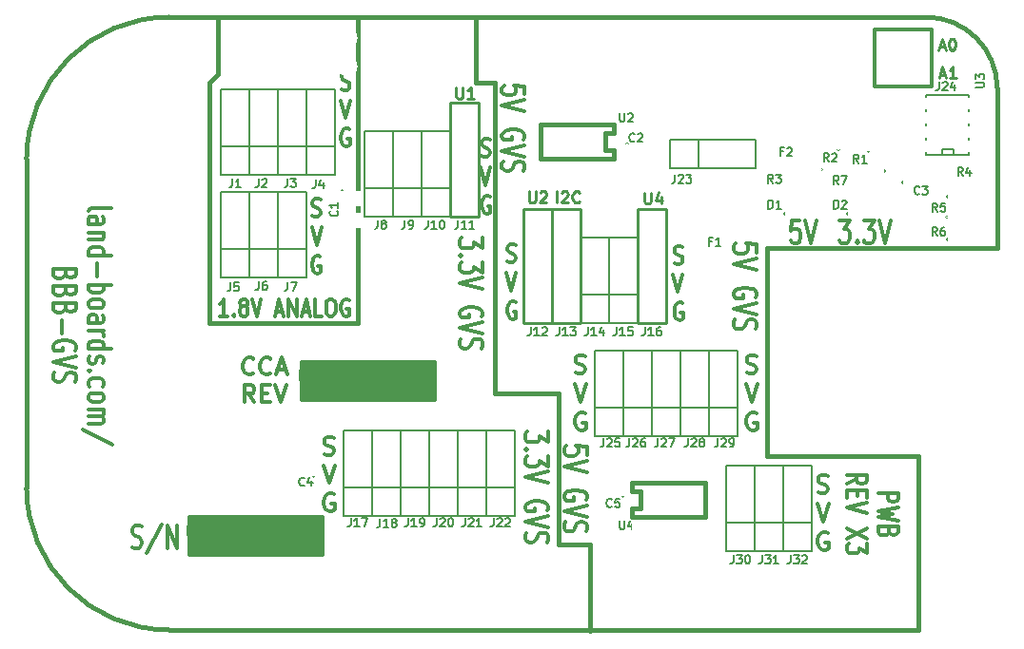
<source format=gto>
G04 (created by PCBNEW (2013-05-31 BZR 4019)-stable) date 7/12/2014 5:45:34 PM*
%MOIN*%
G04 Gerber Fmt 3.4, Leading zero omitted, Abs format*
%FSLAX34Y34*%
G01*
G70*
G90*
G04 APERTURE LIST*
%ADD10C,0.00590551*%
%ADD11C,0.015*%
%ADD12C,0.012*%
%ADD13C,0.00984252*%
%ADD14C,0.00985*%
%ADD15C,0.0099*%
%ADD16C,0.005*%
%ADD17C,0.0039*%
%ADD18C,0.01*%
%ADD19C,0.006*%
%ADD20C,0.025*%
%ADD21R,0.0298425X0.0810236*%
%ADD22R,0.1X0.08*%
%ADD23R,0.055X0.075*%
%ADD24R,0.075X0.055*%
%ADD25R,0.08X0.08*%
%ADD26C,0.08*%
%ADD27C,0.11811*%
%ADD28R,0.065X0.04*%
%ADD29C,0.2*%
%ADD30R,0.085X0.085*%
%ADD31C,0.0712*%
G04 APERTURE END LIST*
G54D10*
G54D11*
X18650Y-13200D02*
X16400Y-13200D01*
X16400Y-2300D02*
X16400Y-13200D01*
X16150Y-2300D02*
X16400Y-2300D01*
X15750Y-2300D02*
X15750Y-50D01*
X16300Y-2300D02*
X15750Y-2300D01*
G54D12*
X10421Y-15323D02*
X10510Y-15352D01*
X10659Y-15352D01*
X10719Y-15323D01*
X10748Y-15293D01*
X10778Y-15233D01*
X10778Y-15174D01*
X10748Y-15114D01*
X10719Y-15085D01*
X10659Y-15055D01*
X10540Y-15025D01*
X10480Y-14995D01*
X10451Y-14966D01*
X10421Y-14906D01*
X10421Y-14847D01*
X10451Y-14787D01*
X10480Y-14757D01*
X10540Y-14727D01*
X10689Y-14727D01*
X10778Y-14757D01*
X10391Y-15722D02*
X10600Y-16347D01*
X10808Y-15722D01*
X10763Y-16747D02*
X10704Y-16717D01*
X10614Y-16717D01*
X10525Y-16747D01*
X10466Y-16807D01*
X10436Y-16866D01*
X10406Y-16985D01*
X10406Y-17075D01*
X10436Y-17194D01*
X10466Y-17253D01*
X10525Y-17313D01*
X10614Y-17342D01*
X10674Y-17342D01*
X10763Y-17313D01*
X10793Y-17283D01*
X10793Y-17075D01*
X10674Y-17075D01*
X19221Y-12473D02*
X19310Y-12502D01*
X19459Y-12502D01*
X19519Y-12473D01*
X19548Y-12443D01*
X19578Y-12383D01*
X19578Y-12324D01*
X19548Y-12264D01*
X19519Y-12235D01*
X19459Y-12205D01*
X19340Y-12175D01*
X19280Y-12145D01*
X19251Y-12116D01*
X19221Y-12056D01*
X19221Y-11997D01*
X19251Y-11937D01*
X19280Y-11907D01*
X19340Y-11877D01*
X19489Y-11877D01*
X19578Y-11907D01*
X19191Y-12872D02*
X19400Y-13497D01*
X19608Y-12872D01*
X19563Y-13897D02*
X19504Y-13867D01*
X19414Y-13867D01*
X19325Y-13897D01*
X19266Y-13957D01*
X19236Y-14016D01*
X19206Y-14135D01*
X19206Y-14225D01*
X19236Y-14344D01*
X19266Y-14403D01*
X19325Y-14463D01*
X19414Y-14492D01*
X19474Y-14492D01*
X19563Y-14463D01*
X19593Y-14433D01*
X19593Y-14225D01*
X19474Y-14225D01*
X25221Y-12473D02*
X25310Y-12502D01*
X25459Y-12502D01*
X25519Y-12473D01*
X25548Y-12443D01*
X25578Y-12383D01*
X25578Y-12324D01*
X25548Y-12264D01*
X25519Y-12235D01*
X25459Y-12205D01*
X25340Y-12175D01*
X25280Y-12145D01*
X25251Y-12116D01*
X25221Y-12056D01*
X25221Y-11997D01*
X25251Y-11937D01*
X25280Y-11907D01*
X25340Y-11877D01*
X25489Y-11877D01*
X25578Y-11907D01*
X25191Y-12872D02*
X25400Y-13497D01*
X25608Y-12872D01*
X25563Y-13897D02*
X25504Y-13867D01*
X25414Y-13867D01*
X25325Y-13897D01*
X25266Y-13957D01*
X25236Y-14016D01*
X25206Y-14135D01*
X25206Y-14225D01*
X25236Y-14344D01*
X25266Y-14403D01*
X25325Y-14463D01*
X25414Y-14492D01*
X25474Y-14492D01*
X25563Y-14463D01*
X25593Y-14433D01*
X25593Y-14225D01*
X25474Y-14225D01*
G54D13*
X15050Y-2465D02*
X15050Y-2784D01*
X15068Y-2821D01*
X15087Y-2840D01*
X15125Y-2859D01*
X15200Y-2859D01*
X15237Y-2840D01*
X15256Y-2821D01*
X15275Y-2784D01*
X15275Y-2465D01*
X15668Y-2859D02*
X15443Y-2859D01*
X15556Y-2859D02*
X15556Y-2465D01*
X15518Y-2521D01*
X15481Y-2559D01*
X15443Y-2578D01*
G54D11*
X11600Y-10750D02*
X6450Y-10750D01*
X11600Y-2300D02*
X11600Y-10750D01*
X11600Y0D02*
X11650Y0D01*
X11600Y-2300D02*
X11600Y0D01*
X6700Y0D02*
X6750Y0D01*
X6700Y-2000D02*
X6700Y0D01*
X6400Y-2300D02*
X6700Y-2000D01*
X18650Y-18500D02*
X18650Y-13200D01*
X19750Y-18500D02*
X18650Y-18500D01*
X19750Y-21550D02*
X19750Y-18500D01*
G54D12*
X28464Y-7123D02*
X28835Y-7123D01*
X28635Y-7428D01*
X28721Y-7428D01*
X28778Y-7466D01*
X28807Y-7504D01*
X28835Y-7580D01*
X28835Y-7771D01*
X28807Y-7847D01*
X28778Y-7885D01*
X28721Y-7923D01*
X28550Y-7923D01*
X28492Y-7885D01*
X28464Y-7847D01*
X29092Y-7847D02*
X29121Y-7885D01*
X29092Y-7923D01*
X29064Y-7885D01*
X29092Y-7847D01*
X29092Y-7923D01*
X29321Y-7123D02*
X29692Y-7123D01*
X29492Y-7428D01*
X29578Y-7428D01*
X29635Y-7466D01*
X29664Y-7504D01*
X29692Y-7580D01*
X29692Y-7771D01*
X29664Y-7847D01*
X29635Y-7885D01*
X29578Y-7923D01*
X29407Y-7923D01*
X29350Y-7885D01*
X29321Y-7847D01*
X29864Y-7123D02*
X30064Y-7923D01*
X30264Y-7123D01*
X27085Y-7123D02*
X26800Y-7123D01*
X26771Y-7504D01*
X26800Y-7466D01*
X26857Y-7428D01*
X27000Y-7428D01*
X27057Y-7466D01*
X27085Y-7504D01*
X27114Y-7580D01*
X27114Y-7771D01*
X27085Y-7847D01*
X27057Y-7885D01*
X27000Y-7923D01*
X26857Y-7923D01*
X26800Y-7885D01*
X26771Y-7847D01*
X27285Y-7123D02*
X27485Y-7923D01*
X27685Y-7123D01*
X29841Y-16691D02*
X30541Y-16691D01*
X30541Y-16901D01*
X30508Y-16953D01*
X30475Y-16979D01*
X30408Y-17005D01*
X30308Y-17005D01*
X30241Y-16979D01*
X30208Y-16953D01*
X30175Y-16901D01*
X30175Y-16691D01*
X30541Y-17189D02*
X29841Y-17320D01*
X30341Y-17425D01*
X29841Y-17529D01*
X30541Y-17660D01*
X30208Y-18053D02*
X30175Y-18132D01*
X30141Y-18158D01*
X30075Y-18184D01*
X29975Y-18184D01*
X29908Y-18158D01*
X29875Y-18132D01*
X29841Y-18079D01*
X29841Y-17870D01*
X30541Y-17870D01*
X30541Y-18053D01*
X30508Y-18105D01*
X30475Y-18132D01*
X30408Y-18158D01*
X30341Y-18158D01*
X30275Y-18132D01*
X30241Y-18105D01*
X30208Y-18053D01*
X30208Y-17870D01*
X28741Y-16377D02*
X29075Y-16194D01*
X28741Y-16063D02*
X29441Y-16063D01*
X29441Y-16272D01*
X29408Y-16325D01*
X29375Y-16351D01*
X29308Y-16377D01*
X29208Y-16377D01*
X29141Y-16351D01*
X29108Y-16325D01*
X29075Y-16272D01*
X29075Y-16063D01*
X29108Y-16613D02*
X29108Y-16796D01*
X28741Y-16875D02*
X28741Y-16613D01*
X29441Y-16613D01*
X29441Y-16875D01*
X29441Y-17032D02*
X28741Y-17215D01*
X29441Y-17398D01*
X29441Y-17948D02*
X28741Y-18315D01*
X29441Y-18315D02*
X28741Y-17948D01*
X29441Y-18472D02*
X29441Y-18813D01*
X29175Y-18629D01*
X29175Y-18708D01*
X29141Y-18760D01*
X29108Y-18786D01*
X29041Y-18813D01*
X28875Y-18813D01*
X28808Y-18786D01*
X28775Y-18760D01*
X28741Y-18708D01*
X28741Y-18551D01*
X28775Y-18498D01*
X28808Y-18472D01*
X25576Y-8264D02*
X25576Y-7978D01*
X25195Y-7950D01*
X25233Y-7978D01*
X25271Y-8035D01*
X25271Y-8178D01*
X25233Y-8235D01*
X25195Y-8264D01*
X25119Y-8292D01*
X24928Y-8292D01*
X24852Y-8264D01*
X24814Y-8235D01*
X24776Y-8178D01*
X24776Y-8035D01*
X24814Y-7978D01*
X24852Y-7950D01*
X25576Y-8464D02*
X24776Y-8664D01*
X25576Y-8864D01*
X25538Y-9835D02*
X25576Y-9778D01*
X25576Y-9692D01*
X25538Y-9607D01*
X25461Y-9550D01*
X25385Y-9521D01*
X25233Y-9492D01*
X25119Y-9492D01*
X24966Y-9521D01*
X24890Y-9550D01*
X24814Y-9607D01*
X24776Y-9692D01*
X24776Y-9750D01*
X24814Y-9835D01*
X24852Y-9864D01*
X25119Y-9864D01*
X25119Y-9750D01*
X25576Y-10035D02*
X24776Y-10235D01*
X25576Y-10435D01*
X24814Y-10607D02*
X24776Y-10692D01*
X24776Y-10835D01*
X24814Y-10892D01*
X24852Y-10921D01*
X24928Y-10950D01*
X25004Y-10950D01*
X25080Y-10921D01*
X25119Y-10892D01*
X25157Y-10835D01*
X25195Y-10721D01*
X25233Y-10664D01*
X25271Y-10635D01*
X25347Y-10607D01*
X25423Y-10607D01*
X25500Y-10635D01*
X25538Y-10664D01*
X25576Y-10721D01*
X25576Y-10864D01*
X25538Y-10950D01*
X15945Y-4873D02*
X16016Y-4902D01*
X16135Y-4902D01*
X16183Y-4873D01*
X16207Y-4843D01*
X16230Y-4783D01*
X16230Y-4724D01*
X16207Y-4664D01*
X16183Y-4635D01*
X16135Y-4605D01*
X16040Y-4575D01*
X15992Y-4545D01*
X15969Y-4516D01*
X15945Y-4456D01*
X15945Y-4397D01*
X15969Y-4337D01*
X15992Y-4307D01*
X16040Y-4277D01*
X16159Y-4277D01*
X16230Y-4307D01*
X15897Y-5272D02*
X16064Y-5897D01*
X16230Y-5272D01*
X16230Y-6297D02*
X16183Y-6267D01*
X16111Y-6267D01*
X16040Y-6297D01*
X15992Y-6357D01*
X15969Y-6416D01*
X15945Y-6535D01*
X15945Y-6625D01*
X15969Y-6744D01*
X15992Y-6803D01*
X16040Y-6863D01*
X16111Y-6892D01*
X16159Y-6892D01*
X16230Y-6863D01*
X16254Y-6833D01*
X16254Y-6625D01*
X16159Y-6625D01*
X18276Y-14542D02*
X18276Y-14914D01*
X17971Y-14714D01*
X17971Y-14799D01*
X17933Y-14857D01*
X17895Y-14885D01*
X17819Y-14914D01*
X17628Y-14914D01*
X17552Y-14885D01*
X17514Y-14857D01*
X17476Y-14799D01*
X17476Y-14628D01*
X17514Y-14571D01*
X17552Y-14542D01*
X17552Y-15171D02*
X17514Y-15200D01*
X17476Y-15171D01*
X17514Y-15142D01*
X17552Y-15171D01*
X17476Y-15171D01*
X18276Y-15399D02*
X18276Y-15771D01*
X17971Y-15571D01*
X17971Y-15657D01*
X17933Y-15714D01*
X17895Y-15742D01*
X17819Y-15771D01*
X17628Y-15771D01*
X17552Y-15742D01*
X17514Y-15714D01*
X17476Y-15657D01*
X17476Y-15485D01*
X17514Y-15428D01*
X17552Y-15399D01*
X18276Y-15942D02*
X17476Y-16142D01*
X18276Y-16342D01*
X18238Y-17314D02*
X18276Y-17257D01*
X18276Y-17171D01*
X18238Y-17085D01*
X18161Y-17028D01*
X18085Y-17000D01*
X17933Y-16971D01*
X17819Y-16971D01*
X17666Y-17000D01*
X17590Y-17028D01*
X17514Y-17085D01*
X17476Y-17171D01*
X17476Y-17228D01*
X17514Y-17314D01*
X17552Y-17342D01*
X17819Y-17342D01*
X17819Y-17228D01*
X18276Y-17514D02*
X17476Y-17714D01*
X18276Y-17914D01*
X17514Y-18085D02*
X17476Y-18171D01*
X17476Y-18314D01*
X17514Y-18371D01*
X17552Y-18400D01*
X17628Y-18428D01*
X17704Y-18428D01*
X17780Y-18400D01*
X17819Y-18371D01*
X17857Y-18314D01*
X17895Y-18200D01*
X17933Y-18142D01*
X17971Y-18114D01*
X18047Y-18085D01*
X18123Y-18085D01*
X18200Y-18114D01*
X18238Y-18142D01*
X18276Y-18200D01*
X18276Y-18342D01*
X18238Y-18428D01*
X17451Y-2714D02*
X17451Y-2428D01*
X17070Y-2400D01*
X17108Y-2428D01*
X17146Y-2485D01*
X17146Y-2628D01*
X17108Y-2685D01*
X17070Y-2714D01*
X16994Y-2742D01*
X16803Y-2742D01*
X16727Y-2714D01*
X16689Y-2685D01*
X16651Y-2628D01*
X16651Y-2485D01*
X16689Y-2428D01*
X16727Y-2400D01*
X17451Y-2914D02*
X16651Y-3114D01*
X17451Y-3314D01*
X17413Y-4285D02*
X17451Y-4228D01*
X17451Y-4142D01*
X17413Y-4057D01*
X17336Y-4000D01*
X17260Y-3971D01*
X17108Y-3942D01*
X16994Y-3942D01*
X16841Y-3971D01*
X16765Y-4000D01*
X16689Y-4057D01*
X16651Y-4142D01*
X16651Y-4200D01*
X16689Y-4285D01*
X16727Y-4314D01*
X16994Y-4314D01*
X16994Y-4200D01*
X17451Y-4485D02*
X16651Y-4685D01*
X17451Y-4885D01*
X16689Y-5057D02*
X16651Y-5142D01*
X16651Y-5285D01*
X16689Y-5342D01*
X16727Y-5371D01*
X16803Y-5400D01*
X16879Y-5400D01*
X16955Y-5371D01*
X16994Y-5342D01*
X17032Y-5285D01*
X17070Y-5171D01*
X17108Y-5114D01*
X17146Y-5085D01*
X17222Y-5057D01*
X17298Y-5057D01*
X17375Y-5085D01*
X17413Y-5114D01*
X17451Y-5171D01*
X17451Y-5314D01*
X17413Y-5400D01*
X15976Y-7742D02*
X15976Y-8114D01*
X15671Y-7914D01*
X15671Y-7999D01*
X15633Y-8057D01*
X15595Y-8085D01*
X15519Y-8114D01*
X15328Y-8114D01*
X15252Y-8085D01*
X15214Y-8057D01*
X15176Y-7999D01*
X15176Y-7828D01*
X15214Y-7771D01*
X15252Y-7742D01*
X15252Y-8371D02*
X15214Y-8400D01*
X15176Y-8371D01*
X15214Y-8342D01*
X15252Y-8371D01*
X15176Y-8371D01*
X15976Y-8599D02*
X15976Y-8971D01*
X15671Y-8771D01*
X15671Y-8857D01*
X15633Y-8914D01*
X15595Y-8942D01*
X15519Y-8971D01*
X15328Y-8971D01*
X15252Y-8942D01*
X15214Y-8914D01*
X15176Y-8857D01*
X15176Y-8685D01*
X15214Y-8628D01*
X15252Y-8599D01*
X15976Y-9142D02*
X15176Y-9342D01*
X15976Y-9542D01*
X15938Y-10514D02*
X15976Y-10457D01*
X15976Y-10371D01*
X15938Y-10285D01*
X15861Y-10228D01*
X15785Y-10200D01*
X15633Y-10171D01*
X15519Y-10171D01*
X15366Y-10200D01*
X15290Y-10228D01*
X15214Y-10285D01*
X15176Y-10371D01*
X15176Y-10428D01*
X15214Y-10514D01*
X15252Y-10542D01*
X15519Y-10542D01*
X15519Y-10428D01*
X15976Y-10714D02*
X15176Y-10914D01*
X15976Y-11114D01*
X15214Y-11285D02*
X15176Y-11371D01*
X15176Y-11514D01*
X15214Y-11571D01*
X15252Y-11600D01*
X15328Y-11628D01*
X15404Y-11628D01*
X15480Y-11600D01*
X15519Y-11571D01*
X15557Y-11514D01*
X15595Y-11400D01*
X15633Y-11342D01*
X15671Y-11314D01*
X15747Y-11285D01*
X15823Y-11285D01*
X15900Y-11314D01*
X15938Y-11342D01*
X15976Y-11400D01*
X15976Y-11542D01*
X15938Y-11628D01*
X19626Y-15364D02*
X19626Y-15078D01*
X19245Y-15050D01*
X19283Y-15078D01*
X19321Y-15135D01*
X19321Y-15278D01*
X19283Y-15335D01*
X19245Y-15364D01*
X19169Y-15392D01*
X18978Y-15392D01*
X18902Y-15364D01*
X18864Y-15335D01*
X18826Y-15278D01*
X18826Y-15135D01*
X18864Y-15078D01*
X18902Y-15050D01*
X19626Y-15564D02*
X18826Y-15764D01*
X19626Y-15964D01*
X19588Y-16935D02*
X19626Y-16878D01*
X19626Y-16792D01*
X19588Y-16707D01*
X19511Y-16650D01*
X19435Y-16621D01*
X19283Y-16592D01*
X19169Y-16592D01*
X19016Y-16621D01*
X18940Y-16650D01*
X18864Y-16707D01*
X18826Y-16792D01*
X18826Y-16850D01*
X18864Y-16935D01*
X18902Y-16964D01*
X19169Y-16964D01*
X19169Y-16850D01*
X19626Y-17135D02*
X18826Y-17335D01*
X19626Y-17535D01*
X18864Y-17707D02*
X18826Y-17792D01*
X18826Y-17935D01*
X18864Y-17992D01*
X18902Y-18021D01*
X18978Y-18050D01*
X19054Y-18050D01*
X19130Y-18021D01*
X19169Y-17992D01*
X19207Y-17935D01*
X19245Y-17821D01*
X19283Y-17764D01*
X19321Y-17735D01*
X19397Y-17707D01*
X19473Y-17707D01*
X19550Y-17735D01*
X19588Y-17764D01*
X19626Y-17821D01*
X19626Y-17964D01*
X19588Y-18050D01*
X3700Y-18585D02*
X3785Y-18623D01*
X3928Y-18623D01*
X3985Y-18585D01*
X4014Y-18547D01*
X4042Y-18471D01*
X4042Y-18395D01*
X4014Y-18319D01*
X3985Y-18280D01*
X3928Y-18242D01*
X3814Y-18204D01*
X3757Y-18166D01*
X3728Y-18128D01*
X3700Y-18052D01*
X3700Y-17976D01*
X3728Y-17900D01*
X3757Y-17861D01*
X3814Y-17823D01*
X3957Y-17823D01*
X4042Y-17861D01*
X4728Y-17785D02*
X4214Y-18814D01*
X4928Y-18623D02*
X4928Y-17823D01*
X5271Y-18623D01*
X5271Y-17823D01*
G54D13*
X17600Y-6115D02*
X17600Y-6434D01*
X17618Y-6471D01*
X17637Y-6490D01*
X17675Y-6509D01*
X17750Y-6509D01*
X17787Y-6490D01*
X17806Y-6471D01*
X17825Y-6434D01*
X17825Y-6115D01*
X17993Y-6153D02*
X18012Y-6134D01*
X18049Y-6115D01*
X18143Y-6115D01*
X18181Y-6134D01*
X18199Y-6153D01*
X18218Y-6190D01*
X18218Y-6228D01*
X18199Y-6284D01*
X17974Y-6509D01*
X18218Y-6509D01*
G54D12*
X16845Y-8573D02*
X16916Y-8602D01*
X17035Y-8602D01*
X17083Y-8573D01*
X17107Y-8543D01*
X17130Y-8483D01*
X17130Y-8424D01*
X17107Y-8364D01*
X17083Y-8335D01*
X17035Y-8305D01*
X16940Y-8275D01*
X16892Y-8245D01*
X16869Y-8216D01*
X16845Y-8156D01*
X16845Y-8097D01*
X16869Y-8037D01*
X16892Y-8007D01*
X16940Y-7977D01*
X17059Y-7977D01*
X17130Y-8007D01*
X16797Y-8972D02*
X16964Y-9597D01*
X17130Y-8972D01*
X17130Y-9997D02*
X17083Y-9967D01*
X17011Y-9967D01*
X16940Y-9997D01*
X16892Y-10057D01*
X16869Y-10116D01*
X16845Y-10235D01*
X16845Y-10325D01*
X16869Y-10444D01*
X16892Y-10503D01*
X16940Y-10563D01*
X17011Y-10592D01*
X17059Y-10592D01*
X17130Y-10563D01*
X17154Y-10533D01*
X17154Y-10325D01*
X17059Y-10325D01*
X7953Y-12485D02*
X7925Y-12514D01*
X7839Y-12542D01*
X7782Y-12542D01*
X7696Y-12514D01*
X7639Y-12457D01*
X7610Y-12400D01*
X7582Y-12285D01*
X7582Y-12200D01*
X7610Y-12085D01*
X7639Y-12028D01*
X7696Y-11971D01*
X7782Y-11942D01*
X7839Y-11942D01*
X7925Y-11971D01*
X7953Y-12000D01*
X8553Y-12485D02*
X8525Y-12514D01*
X8439Y-12542D01*
X8382Y-12542D01*
X8296Y-12514D01*
X8239Y-12457D01*
X8210Y-12400D01*
X8182Y-12285D01*
X8182Y-12200D01*
X8210Y-12085D01*
X8239Y-12028D01*
X8296Y-11971D01*
X8382Y-11942D01*
X8439Y-11942D01*
X8525Y-11971D01*
X8553Y-12000D01*
X8782Y-12371D02*
X9067Y-12371D01*
X8725Y-12542D02*
X8925Y-11942D01*
X9125Y-12542D01*
X7982Y-13502D02*
X7782Y-13217D01*
X7639Y-13502D02*
X7639Y-12902D01*
X7867Y-12902D01*
X7925Y-12931D01*
X7953Y-12960D01*
X7982Y-13017D01*
X7982Y-13102D01*
X7953Y-13160D01*
X7925Y-13188D01*
X7867Y-13217D01*
X7639Y-13217D01*
X8239Y-13188D02*
X8439Y-13188D01*
X8525Y-13502D02*
X8239Y-13502D01*
X8239Y-12902D01*
X8525Y-12902D01*
X8696Y-12902D02*
X8896Y-13502D01*
X9096Y-12902D01*
X27721Y-16673D02*
X27810Y-16702D01*
X27959Y-16702D01*
X28019Y-16673D01*
X28048Y-16643D01*
X28078Y-16583D01*
X28078Y-16524D01*
X28048Y-16464D01*
X28019Y-16435D01*
X27959Y-16405D01*
X27840Y-16375D01*
X27780Y-16345D01*
X27751Y-16316D01*
X27721Y-16256D01*
X27721Y-16197D01*
X27751Y-16137D01*
X27780Y-16107D01*
X27840Y-16077D01*
X27989Y-16077D01*
X28078Y-16107D01*
X27691Y-17072D02*
X27900Y-17697D01*
X28108Y-17072D01*
X28063Y-18097D02*
X28004Y-18067D01*
X27914Y-18067D01*
X27825Y-18097D01*
X27766Y-18157D01*
X27736Y-18216D01*
X27706Y-18335D01*
X27706Y-18425D01*
X27736Y-18544D01*
X27766Y-18603D01*
X27825Y-18663D01*
X27914Y-18692D01*
X27974Y-18692D01*
X28063Y-18663D01*
X28093Y-18633D01*
X28093Y-18425D01*
X27974Y-18425D01*
X2176Y-6785D02*
X2214Y-6728D01*
X2290Y-6700D01*
X2976Y-6700D01*
X2176Y-7271D02*
X2595Y-7271D01*
X2671Y-7242D01*
X2709Y-7185D01*
X2709Y-7071D01*
X2671Y-7014D01*
X2214Y-7271D02*
X2176Y-7214D01*
X2176Y-7071D01*
X2214Y-7014D01*
X2290Y-6985D01*
X2366Y-6985D01*
X2442Y-7014D01*
X2480Y-7071D01*
X2480Y-7214D01*
X2519Y-7271D01*
X2709Y-7557D02*
X2176Y-7557D01*
X2633Y-7557D02*
X2671Y-7585D01*
X2709Y-7642D01*
X2709Y-7728D01*
X2671Y-7785D01*
X2595Y-7814D01*
X2176Y-7814D01*
X2176Y-8357D02*
X2976Y-8357D01*
X2214Y-8357D02*
X2176Y-8300D01*
X2176Y-8185D01*
X2214Y-8128D01*
X2252Y-8100D01*
X2328Y-8071D01*
X2557Y-8071D01*
X2633Y-8100D01*
X2671Y-8128D01*
X2709Y-8185D01*
X2709Y-8300D01*
X2671Y-8357D01*
X2480Y-8642D02*
X2480Y-9100D01*
X2176Y-9385D02*
X2976Y-9385D01*
X2671Y-9385D02*
X2709Y-9442D01*
X2709Y-9557D01*
X2671Y-9614D01*
X2633Y-9642D01*
X2557Y-9671D01*
X2328Y-9671D01*
X2252Y-9642D01*
X2214Y-9614D01*
X2176Y-9557D01*
X2176Y-9442D01*
X2214Y-9385D01*
X2176Y-10014D02*
X2214Y-9957D01*
X2252Y-9928D01*
X2328Y-9900D01*
X2557Y-9900D01*
X2633Y-9928D01*
X2671Y-9957D01*
X2709Y-10014D01*
X2709Y-10100D01*
X2671Y-10157D01*
X2633Y-10185D01*
X2557Y-10214D01*
X2328Y-10214D01*
X2252Y-10185D01*
X2214Y-10157D01*
X2176Y-10100D01*
X2176Y-10014D01*
X2176Y-10728D02*
X2595Y-10728D01*
X2671Y-10700D01*
X2709Y-10642D01*
X2709Y-10528D01*
X2671Y-10471D01*
X2214Y-10728D02*
X2176Y-10671D01*
X2176Y-10528D01*
X2214Y-10471D01*
X2290Y-10442D01*
X2366Y-10442D01*
X2442Y-10471D01*
X2480Y-10528D01*
X2480Y-10671D01*
X2519Y-10728D01*
X2176Y-11014D02*
X2709Y-11014D01*
X2557Y-11014D02*
X2633Y-11042D01*
X2671Y-11071D01*
X2709Y-11128D01*
X2709Y-11185D01*
X2176Y-11642D02*
X2976Y-11642D01*
X2214Y-11642D02*
X2176Y-11585D01*
X2176Y-11471D01*
X2214Y-11414D01*
X2252Y-11385D01*
X2328Y-11357D01*
X2557Y-11357D01*
X2633Y-11385D01*
X2671Y-11414D01*
X2709Y-11471D01*
X2709Y-11585D01*
X2671Y-11642D01*
X2214Y-11900D02*
X2176Y-11957D01*
X2176Y-12071D01*
X2214Y-12128D01*
X2290Y-12157D01*
X2328Y-12157D01*
X2404Y-12128D01*
X2442Y-12071D01*
X2442Y-11985D01*
X2480Y-11928D01*
X2557Y-11900D01*
X2595Y-11900D01*
X2671Y-11928D01*
X2709Y-11985D01*
X2709Y-12071D01*
X2671Y-12128D01*
X2252Y-12414D02*
X2214Y-12442D01*
X2176Y-12414D01*
X2214Y-12385D01*
X2252Y-12414D01*
X2176Y-12414D01*
X2214Y-12957D02*
X2176Y-12900D01*
X2176Y-12785D01*
X2214Y-12728D01*
X2252Y-12700D01*
X2328Y-12671D01*
X2557Y-12671D01*
X2633Y-12700D01*
X2671Y-12728D01*
X2709Y-12785D01*
X2709Y-12900D01*
X2671Y-12957D01*
X2176Y-13300D02*
X2214Y-13242D01*
X2252Y-13214D01*
X2328Y-13185D01*
X2557Y-13185D01*
X2633Y-13214D01*
X2671Y-13242D01*
X2709Y-13300D01*
X2709Y-13385D01*
X2671Y-13442D01*
X2633Y-13471D01*
X2557Y-13500D01*
X2328Y-13500D01*
X2252Y-13471D01*
X2214Y-13442D01*
X2176Y-13385D01*
X2176Y-13300D01*
X2176Y-13757D02*
X2709Y-13757D01*
X2633Y-13757D02*
X2671Y-13785D01*
X2709Y-13842D01*
X2709Y-13928D01*
X2671Y-13985D01*
X2595Y-14014D01*
X2176Y-14014D01*
X2595Y-14014D02*
X2671Y-14042D01*
X2709Y-14100D01*
X2709Y-14185D01*
X2671Y-14242D01*
X2595Y-14271D01*
X2176Y-14271D01*
X3014Y-14985D02*
X1985Y-14471D01*
X1355Y-9028D02*
X1317Y-9114D01*
X1279Y-9142D01*
X1202Y-9171D01*
X1088Y-9171D01*
X1012Y-9142D01*
X974Y-9114D01*
X936Y-9057D01*
X936Y-8828D01*
X1736Y-8828D01*
X1736Y-9028D01*
X1698Y-9085D01*
X1660Y-9114D01*
X1583Y-9142D01*
X1507Y-9142D01*
X1431Y-9114D01*
X1393Y-9085D01*
X1355Y-9028D01*
X1355Y-8828D01*
X1355Y-9628D02*
X1317Y-9714D01*
X1279Y-9742D01*
X1202Y-9771D01*
X1088Y-9771D01*
X1012Y-9742D01*
X974Y-9714D01*
X936Y-9657D01*
X936Y-9428D01*
X1736Y-9428D01*
X1736Y-9628D01*
X1698Y-9685D01*
X1660Y-9714D01*
X1583Y-9742D01*
X1507Y-9742D01*
X1431Y-9714D01*
X1393Y-9685D01*
X1355Y-9628D01*
X1355Y-9428D01*
X1355Y-10228D02*
X1317Y-10314D01*
X1279Y-10342D01*
X1202Y-10371D01*
X1088Y-10371D01*
X1012Y-10342D01*
X974Y-10314D01*
X936Y-10257D01*
X936Y-10028D01*
X1736Y-10028D01*
X1736Y-10228D01*
X1698Y-10285D01*
X1660Y-10314D01*
X1583Y-10342D01*
X1507Y-10342D01*
X1431Y-10314D01*
X1393Y-10285D01*
X1355Y-10228D01*
X1355Y-10028D01*
X1240Y-10628D02*
X1240Y-11085D01*
X1698Y-11685D02*
X1736Y-11628D01*
X1736Y-11542D01*
X1698Y-11457D01*
X1621Y-11400D01*
X1545Y-11371D01*
X1393Y-11342D01*
X1279Y-11342D01*
X1126Y-11371D01*
X1050Y-11400D01*
X974Y-11457D01*
X936Y-11542D01*
X936Y-11600D01*
X974Y-11685D01*
X1012Y-11714D01*
X1279Y-11714D01*
X1279Y-11600D01*
X1736Y-11885D02*
X936Y-12085D01*
X1736Y-12285D01*
X974Y-12457D02*
X936Y-12542D01*
X936Y-12685D01*
X974Y-12742D01*
X1012Y-12771D01*
X1088Y-12800D01*
X1164Y-12800D01*
X1240Y-12771D01*
X1279Y-12742D01*
X1317Y-12685D01*
X1355Y-12571D01*
X1393Y-12514D01*
X1431Y-12485D01*
X1507Y-12457D01*
X1583Y-12457D01*
X1660Y-12485D01*
X1698Y-12514D01*
X1736Y-12571D01*
X1736Y-12714D01*
X1698Y-12800D01*
G54D11*
X6420Y-2290D02*
X6420Y-10750D01*
G54D13*
X21640Y-6155D02*
X21640Y-6474D01*
X21658Y-6511D01*
X21677Y-6530D01*
X21715Y-6549D01*
X21790Y-6549D01*
X21827Y-6530D01*
X21846Y-6511D01*
X21865Y-6474D01*
X21865Y-6155D01*
X22221Y-6286D02*
X22221Y-6549D01*
X22127Y-6136D02*
X22033Y-6418D01*
X22277Y-6418D01*
X18575Y-6509D02*
X18575Y-6115D01*
X18744Y-6153D02*
X18763Y-6134D01*
X18800Y-6115D01*
X18894Y-6115D01*
X18931Y-6134D01*
X18950Y-6153D01*
X18969Y-6190D01*
X18969Y-6228D01*
X18950Y-6284D01*
X18725Y-6509D01*
X18969Y-6509D01*
X19363Y-6471D02*
X19344Y-6490D01*
X19288Y-6509D01*
X19250Y-6509D01*
X19194Y-6490D01*
X19156Y-6453D01*
X19138Y-6415D01*
X19119Y-6340D01*
X19119Y-6284D01*
X19138Y-6209D01*
X19156Y-6171D01*
X19194Y-6134D01*
X19250Y-6115D01*
X19288Y-6115D01*
X19344Y-6134D01*
X19363Y-6153D01*
G54D12*
X11032Y-2523D02*
X11103Y-2552D01*
X11222Y-2552D01*
X11270Y-2523D01*
X11294Y-2493D01*
X11317Y-2433D01*
X11317Y-2374D01*
X11294Y-2314D01*
X11270Y-2285D01*
X11222Y-2255D01*
X11127Y-2225D01*
X11079Y-2195D01*
X11055Y-2166D01*
X11032Y-2106D01*
X11032Y-2047D01*
X11055Y-1987D01*
X11079Y-1957D01*
X11127Y-1927D01*
X11246Y-1927D01*
X11317Y-1957D01*
X11008Y-2922D02*
X11175Y-3547D01*
X11341Y-2922D01*
X11305Y-3947D02*
X11258Y-3917D01*
X11186Y-3917D01*
X11115Y-3947D01*
X11067Y-4007D01*
X11044Y-4066D01*
X11020Y-4185D01*
X11020Y-4275D01*
X11044Y-4394D01*
X11067Y-4453D01*
X11115Y-4513D01*
X11186Y-4542D01*
X11234Y-4542D01*
X11305Y-4513D01*
X11329Y-4483D01*
X11329Y-4275D01*
X11234Y-4275D01*
X11032Y-2523D02*
X11103Y-2552D01*
X11222Y-2552D01*
X11270Y-2523D01*
X11294Y-2493D01*
X11317Y-2433D01*
X11317Y-2374D01*
X11294Y-2314D01*
X11270Y-2285D01*
X11222Y-2255D01*
X11127Y-2225D01*
X11079Y-2195D01*
X11055Y-2166D01*
X11032Y-2106D01*
X11032Y-2047D01*
X11055Y-1987D01*
X11079Y-1957D01*
X11127Y-1927D01*
X11246Y-1927D01*
X11317Y-1957D01*
X11008Y-2922D02*
X11175Y-3547D01*
X11341Y-2922D01*
X11305Y-3947D02*
X11258Y-3917D01*
X11186Y-3917D01*
X11115Y-3947D01*
X11067Y-4007D01*
X11044Y-4066D01*
X11020Y-4185D01*
X11020Y-4275D01*
X11044Y-4394D01*
X11067Y-4453D01*
X11115Y-4513D01*
X11186Y-4542D01*
X11234Y-4542D01*
X11305Y-4513D01*
X11329Y-4483D01*
X11329Y-4275D01*
X11234Y-4275D01*
X10012Y-6978D02*
X10083Y-7007D01*
X10202Y-7007D01*
X10250Y-6978D01*
X10274Y-6948D01*
X10297Y-6888D01*
X10297Y-6829D01*
X10274Y-6769D01*
X10250Y-6740D01*
X10202Y-6710D01*
X10107Y-6680D01*
X10059Y-6650D01*
X10035Y-6621D01*
X10012Y-6561D01*
X10012Y-6502D01*
X10035Y-6442D01*
X10059Y-6412D01*
X10107Y-6382D01*
X10226Y-6382D01*
X10297Y-6412D01*
X9988Y-7377D02*
X10155Y-8002D01*
X10321Y-7377D01*
X10285Y-8402D02*
X10238Y-8372D01*
X10166Y-8372D01*
X10095Y-8402D01*
X10047Y-8462D01*
X10024Y-8521D01*
X10000Y-8640D01*
X10000Y-8730D01*
X10024Y-8849D01*
X10047Y-8908D01*
X10095Y-8968D01*
X10166Y-8997D01*
X10214Y-8997D01*
X10285Y-8968D01*
X10309Y-8938D01*
X10309Y-8730D01*
X10214Y-8730D01*
X22695Y-8623D02*
X22766Y-8652D01*
X22885Y-8652D01*
X22933Y-8623D01*
X22957Y-8593D01*
X22980Y-8533D01*
X22980Y-8474D01*
X22957Y-8414D01*
X22933Y-8385D01*
X22885Y-8355D01*
X22790Y-8325D01*
X22742Y-8295D01*
X22719Y-8266D01*
X22695Y-8206D01*
X22695Y-8147D01*
X22719Y-8087D01*
X22742Y-8057D01*
X22790Y-8027D01*
X22909Y-8027D01*
X22980Y-8057D01*
X22647Y-9022D02*
X22814Y-9647D01*
X22980Y-9022D01*
X22980Y-10047D02*
X22933Y-10017D01*
X22861Y-10017D01*
X22790Y-10047D01*
X22742Y-10107D01*
X22719Y-10166D01*
X22695Y-10285D01*
X22695Y-10375D01*
X22719Y-10494D01*
X22742Y-10553D01*
X22790Y-10613D01*
X22861Y-10642D01*
X22909Y-10642D01*
X22980Y-10613D01*
X23004Y-10583D01*
X23004Y-10375D01*
X22909Y-10375D01*
X7048Y-10489D02*
X6766Y-10489D01*
X6907Y-10489D02*
X6907Y-9898D01*
X6860Y-9982D01*
X6813Y-10039D01*
X6766Y-10067D01*
X7258Y-10432D02*
X7282Y-10460D01*
X7258Y-10489D01*
X7235Y-10460D01*
X7258Y-10432D01*
X7258Y-10489D01*
X7563Y-10151D02*
X7516Y-10123D01*
X7493Y-10095D01*
X7469Y-10039D01*
X7469Y-10010D01*
X7493Y-9954D01*
X7516Y-9926D01*
X7563Y-9898D01*
X7657Y-9898D01*
X7704Y-9926D01*
X7727Y-9954D01*
X7751Y-10010D01*
X7751Y-10039D01*
X7727Y-10095D01*
X7704Y-10123D01*
X7657Y-10151D01*
X7563Y-10151D01*
X7516Y-10179D01*
X7493Y-10207D01*
X7469Y-10264D01*
X7469Y-10376D01*
X7493Y-10432D01*
X7516Y-10460D01*
X7563Y-10489D01*
X7657Y-10489D01*
X7704Y-10460D01*
X7727Y-10432D01*
X7751Y-10376D01*
X7751Y-10264D01*
X7727Y-10207D01*
X7704Y-10179D01*
X7657Y-10151D01*
X7891Y-9898D02*
X8055Y-10489D01*
X8219Y-9898D01*
X8735Y-10320D02*
X8969Y-10320D01*
X8688Y-10489D02*
X8852Y-9898D01*
X9016Y-10489D01*
X9180Y-10489D02*
X9180Y-9898D01*
X9461Y-10489D01*
X9461Y-9898D01*
X9672Y-10320D02*
X9907Y-10320D01*
X9625Y-10489D02*
X9789Y-9898D01*
X9953Y-10489D01*
X10352Y-10489D02*
X10117Y-10489D01*
X10117Y-9898D01*
X10610Y-9898D02*
X10703Y-9898D01*
X10750Y-9926D01*
X10797Y-9982D01*
X10821Y-10095D01*
X10821Y-10292D01*
X10797Y-10404D01*
X10750Y-10460D01*
X10703Y-10489D01*
X10610Y-10489D01*
X10563Y-10460D01*
X10516Y-10404D01*
X10492Y-10292D01*
X10492Y-10095D01*
X10516Y-9982D01*
X10563Y-9926D01*
X10610Y-9898D01*
X11289Y-9926D02*
X11242Y-9898D01*
X11172Y-9898D01*
X11102Y-9926D01*
X11055Y-9982D01*
X11031Y-10039D01*
X11008Y-10151D01*
X11008Y-10235D01*
X11031Y-10348D01*
X11055Y-10404D01*
X11102Y-10460D01*
X11172Y-10489D01*
X11219Y-10489D01*
X11289Y-10460D01*
X11313Y-10432D01*
X11313Y-10235D01*
X11219Y-10235D01*
G54D14*
X31993Y-2021D02*
X32181Y-2021D01*
X31956Y-2134D02*
X32087Y-1740D01*
X32218Y-2134D01*
X32556Y-2134D02*
X32331Y-2134D01*
X32443Y-2134D02*
X32443Y-1740D01*
X32406Y-1796D01*
X32368Y-1834D01*
X32331Y-1853D01*
G54D15*
G54D14*
X31964Y-1046D02*
X32154Y-1046D01*
X31926Y-1159D02*
X32059Y-765D01*
X32192Y-1159D01*
X32402Y-765D02*
X32440Y-765D01*
X32478Y-784D01*
X32497Y-803D01*
X32516Y-840D01*
X32535Y-915D01*
X32535Y-1009D01*
X32516Y-1084D01*
X32497Y-1121D01*
X32478Y-1140D01*
X32440Y-1159D01*
X32402Y-1159D01*
X32364Y-1140D01*
X32345Y-1121D01*
X32326Y-1084D01*
X32307Y-1009D01*
X32307Y-915D01*
X32326Y-840D01*
X32345Y-803D01*
X32364Y-784D01*
X32402Y-765D01*
G54D15*
G54D11*
X20280Y-4650D02*
X20280Y-4070D01*
X20579Y-4654D02*
X20284Y-4654D01*
X20580Y-4970D02*
X20580Y-4670D01*
X18020Y-4970D02*
X18020Y-3770D01*
X20580Y-4970D02*
X18020Y-4970D01*
X18020Y-3759D02*
X20579Y-3759D01*
X20579Y-3759D02*
X20579Y-4054D01*
X20579Y-4054D02*
X20284Y-4054D01*
X21520Y-16650D02*
X21520Y-17230D01*
X21220Y-16645D02*
X21515Y-16645D01*
X21220Y-16330D02*
X21220Y-16630D01*
X23780Y-16330D02*
X23780Y-17530D01*
X21220Y-16330D02*
X23780Y-16330D01*
X23779Y-17540D02*
X21220Y-17540D01*
X21220Y-17540D02*
X21220Y-17245D01*
X21220Y-17245D02*
X21515Y-17245D01*
G54D16*
X23600Y-7600D02*
X24500Y-7600D01*
X24500Y-7600D02*
X24500Y-6950D01*
X23600Y-6250D02*
X23600Y-5600D01*
X23600Y-5600D02*
X24500Y-5600D01*
X24500Y-5600D02*
X24500Y-6250D01*
X23600Y-6950D02*
X23600Y-7600D01*
G54D17*
X30750Y-5800D02*
G75*
G03X30750Y-5800I-50J0D01*
G74*
G01*
X31150Y-5800D02*
X30750Y-5800D01*
X30750Y-5800D02*
X30750Y-5200D01*
X30750Y-5200D02*
X31150Y-5200D01*
X31550Y-5200D02*
X31950Y-5200D01*
X31950Y-5200D02*
X31950Y-5800D01*
X31950Y-5800D02*
X31550Y-5800D01*
X20950Y-16800D02*
G75*
G03X20950Y-16800I-50J0D01*
G74*
G01*
X20900Y-16350D02*
X20900Y-16750D01*
X20900Y-16750D02*
X20300Y-16750D01*
X20300Y-16750D02*
X20300Y-16350D01*
X20300Y-15950D02*
X20300Y-15550D01*
X20300Y-15550D02*
X20900Y-15550D01*
X20900Y-15550D02*
X20900Y-15950D01*
X21100Y-4450D02*
G75*
G03X21100Y-4450I-50J0D01*
G74*
G01*
X21050Y-4900D02*
X21050Y-4500D01*
X21050Y-4500D02*
X21650Y-4500D01*
X21650Y-4500D02*
X21650Y-4900D01*
X21650Y-5300D02*
X21650Y-5700D01*
X21650Y-5700D02*
X21050Y-5700D01*
X21050Y-5700D02*
X21050Y-5300D01*
X10100Y-16100D02*
G75*
G03X10100Y-16100I-50J0D01*
G74*
G01*
X10050Y-15650D02*
X10050Y-16050D01*
X10050Y-16050D02*
X9450Y-16050D01*
X9450Y-16050D02*
X9450Y-15650D01*
X9450Y-15250D02*
X9450Y-14850D01*
X9450Y-14850D02*
X10050Y-14850D01*
X10050Y-14850D02*
X10050Y-15250D01*
X11100Y-6100D02*
G75*
G03X11100Y-6100I-50J0D01*
G74*
G01*
X11050Y-6550D02*
X11050Y-6150D01*
X11050Y-6150D02*
X11650Y-6150D01*
X11650Y-6150D02*
X11650Y-6550D01*
X11650Y-6950D02*
X11650Y-7350D01*
X11650Y-7350D02*
X11050Y-7350D01*
X11050Y-7350D02*
X11050Y-6950D01*
X26600Y-6900D02*
G75*
G03X26600Y-6900I-50J0D01*
G74*
G01*
X27000Y-6900D02*
X26600Y-6900D01*
X26600Y-6900D02*
X26600Y-6300D01*
X26600Y-6300D02*
X27000Y-6300D01*
X27400Y-6300D02*
X27800Y-6300D01*
X27800Y-6300D02*
X27800Y-6900D01*
X27800Y-6900D02*
X27400Y-6900D01*
X27900Y-5350D02*
G75*
G03X27900Y-5350I-50J0D01*
G74*
G01*
X27400Y-5350D02*
X27800Y-5350D01*
X27800Y-5350D02*
X27800Y-5950D01*
X27800Y-5950D02*
X27400Y-5950D01*
X27000Y-5950D02*
X26600Y-5950D01*
X26600Y-5950D02*
X26600Y-5350D01*
X26600Y-5350D02*
X27000Y-5350D01*
X29550Y-4700D02*
G75*
G03X29550Y-4700I-50J0D01*
G74*
G01*
X29500Y-4250D02*
X29500Y-4650D01*
X29500Y-4650D02*
X28900Y-4650D01*
X28900Y-4650D02*
X28900Y-4250D01*
X28900Y-3850D02*
X28900Y-3450D01*
X28900Y-3450D02*
X29500Y-3450D01*
X29500Y-3450D02*
X29500Y-3850D01*
X28500Y-4650D02*
G75*
G03X28500Y-4650I-50J0D01*
G74*
G01*
X28450Y-4200D02*
X28450Y-4600D01*
X28450Y-4600D02*
X27850Y-4600D01*
X27850Y-4600D02*
X27850Y-4200D01*
X27850Y-3800D02*
X27850Y-3400D01*
X27850Y-3400D02*
X28450Y-3400D01*
X28450Y-3400D02*
X28450Y-3800D01*
X32300Y-7020D02*
G75*
G03X32300Y-7020I-50J0D01*
G74*
G01*
X32700Y-7020D02*
X32300Y-7020D01*
X32300Y-7020D02*
X32300Y-6420D01*
X32300Y-6420D02*
X32700Y-6420D01*
X33100Y-6420D02*
X33500Y-6420D01*
X33500Y-6420D02*
X33500Y-7020D01*
X33500Y-7020D02*
X33100Y-7020D01*
X32300Y-7800D02*
G75*
G03X32300Y-7800I-50J0D01*
G74*
G01*
X32700Y-7800D02*
X32300Y-7800D01*
X32300Y-7800D02*
X32300Y-7200D01*
X32300Y-7200D02*
X32700Y-7200D01*
X33100Y-7200D02*
X33500Y-7200D01*
X33500Y-7200D02*
X33500Y-7800D01*
X33500Y-7800D02*
X33100Y-7800D01*
X32300Y-6300D02*
G75*
G03X32300Y-6300I-50J0D01*
G74*
G01*
X32700Y-6300D02*
X32300Y-6300D01*
X32300Y-6300D02*
X32300Y-5700D01*
X32300Y-5700D02*
X32700Y-5700D01*
X33100Y-5700D02*
X33500Y-5700D01*
X33500Y-5700D02*
X33500Y-6300D01*
X33500Y-6300D02*
X33100Y-6300D01*
G54D18*
X19400Y-6750D02*
X19400Y-10750D01*
X18400Y-6750D02*
X18400Y-10750D01*
X18400Y-10750D02*
X19400Y-10750D01*
X19400Y-6750D02*
X18400Y-6750D01*
X15850Y-3000D02*
X15850Y-7000D01*
X14850Y-3000D02*
X14850Y-7000D01*
X14850Y-7000D02*
X15850Y-7000D01*
X15850Y-3000D02*
X14850Y-3000D01*
X22400Y-6750D02*
X22400Y-10750D01*
X21400Y-6750D02*
X21400Y-10750D01*
X21400Y-10750D02*
X22400Y-10750D01*
X22400Y-6750D02*
X21400Y-6750D01*
X18400Y-6750D02*
X18400Y-10750D01*
X17400Y-6750D02*
X17400Y-10750D01*
X17400Y-10750D02*
X18400Y-10750D01*
X18400Y-6750D02*
X17400Y-6750D01*
G54D19*
X21400Y-10750D02*
X20400Y-10750D01*
X20400Y-10750D02*
X20400Y-7750D01*
X20400Y-7750D02*
X21400Y-7750D01*
X21400Y-7750D02*
X21400Y-10750D01*
X20400Y-9750D02*
X21400Y-9750D01*
X23900Y-14700D02*
X22900Y-14700D01*
X22900Y-14700D02*
X22900Y-11700D01*
X22900Y-11700D02*
X23900Y-11700D01*
X23900Y-11700D02*
X23900Y-14700D01*
X22900Y-13700D02*
X23900Y-13700D01*
X24900Y-14700D02*
X23900Y-14700D01*
X23900Y-14700D02*
X23900Y-11700D01*
X23900Y-11700D02*
X24900Y-11700D01*
X24900Y-11700D02*
X24900Y-14700D01*
X23900Y-13700D02*
X24900Y-13700D01*
X27500Y-18750D02*
X26500Y-18750D01*
X26500Y-18750D02*
X26500Y-15750D01*
X26500Y-15750D02*
X27500Y-15750D01*
X27500Y-15750D02*
X27500Y-18750D01*
X26500Y-17750D02*
X27500Y-17750D01*
X26500Y-18750D02*
X25500Y-18750D01*
X25500Y-18750D02*
X25500Y-15750D01*
X25500Y-15750D02*
X26500Y-15750D01*
X26500Y-15750D02*
X26500Y-18750D01*
X25500Y-17750D02*
X26500Y-17750D01*
X25500Y-18750D02*
X24500Y-18750D01*
X24500Y-18750D02*
X24500Y-15750D01*
X24500Y-15750D02*
X25500Y-15750D01*
X25500Y-15750D02*
X25500Y-18750D01*
X24500Y-17750D02*
X25500Y-17750D01*
X12100Y-17500D02*
X11100Y-17500D01*
X11100Y-17500D02*
X11100Y-14500D01*
X11100Y-14500D02*
X12100Y-14500D01*
X12100Y-14500D02*
X12100Y-17500D01*
X11100Y-16500D02*
X12100Y-16500D01*
X13100Y-17500D02*
X12100Y-17500D01*
X12100Y-17500D02*
X12100Y-14500D01*
X12100Y-14500D02*
X13100Y-14500D01*
X13100Y-14500D02*
X13100Y-17500D01*
X12100Y-16500D02*
X13100Y-16500D01*
X14100Y-17500D02*
X13100Y-17500D01*
X13100Y-17500D02*
X13100Y-14500D01*
X13100Y-14500D02*
X14100Y-14500D01*
X14100Y-14500D02*
X14100Y-17500D01*
X13100Y-16500D02*
X14100Y-16500D01*
X15100Y-17500D02*
X14100Y-17500D01*
X14100Y-17500D02*
X14100Y-14500D01*
X14100Y-14500D02*
X15100Y-14500D01*
X15100Y-14500D02*
X15100Y-17500D01*
X14100Y-16500D02*
X15100Y-16500D01*
X16100Y-17500D02*
X15100Y-17500D01*
X15100Y-17500D02*
X15100Y-14500D01*
X15100Y-14500D02*
X16100Y-14500D01*
X16100Y-14500D02*
X16100Y-17500D01*
X15100Y-16500D02*
X16100Y-16500D01*
X17100Y-17500D02*
X16100Y-17500D01*
X16100Y-17500D02*
X16100Y-14500D01*
X16100Y-14500D02*
X17100Y-14500D01*
X17100Y-14500D02*
X17100Y-17500D01*
X16100Y-16500D02*
X17100Y-16500D01*
X7800Y-5550D02*
X6800Y-5550D01*
X6800Y-5550D02*
X6800Y-2550D01*
X6800Y-2550D02*
X7800Y-2550D01*
X7800Y-2550D02*
X7800Y-5550D01*
X6800Y-4550D02*
X7800Y-4550D01*
X9800Y-5550D02*
X8800Y-5550D01*
X8800Y-5550D02*
X8800Y-2550D01*
X8800Y-2550D02*
X9800Y-2550D01*
X9800Y-2550D02*
X9800Y-5550D01*
X8800Y-4550D02*
X9800Y-4550D01*
X7810Y-9150D02*
X6810Y-9150D01*
X6810Y-9150D02*
X6810Y-6150D01*
X6810Y-6150D02*
X7810Y-6150D01*
X7810Y-6150D02*
X7810Y-9150D01*
X6810Y-8150D02*
X7810Y-8150D01*
X8800Y-9150D02*
X7800Y-9150D01*
X7800Y-9150D02*
X7800Y-6150D01*
X7800Y-6150D02*
X8800Y-6150D01*
X8800Y-6150D02*
X8800Y-9150D01*
X7800Y-8150D02*
X8800Y-8150D01*
X10800Y-5550D02*
X9800Y-5550D01*
X9800Y-5550D02*
X9800Y-2550D01*
X9800Y-2550D02*
X10800Y-2550D01*
X10800Y-2550D02*
X10800Y-5550D01*
X9800Y-4550D02*
X10800Y-4550D01*
X9800Y-9150D02*
X8800Y-9150D01*
X8800Y-9150D02*
X8800Y-6150D01*
X8800Y-6150D02*
X9800Y-6150D01*
X9800Y-6150D02*
X9800Y-9150D01*
X8800Y-8150D02*
X9800Y-8150D01*
X13850Y-7000D02*
X12850Y-7000D01*
X12850Y-7000D02*
X12850Y-4000D01*
X12850Y-4000D02*
X13850Y-4000D01*
X13850Y-4000D02*
X13850Y-7000D01*
X12850Y-6000D02*
X13850Y-6000D01*
X14850Y-7000D02*
X13850Y-7000D01*
X13850Y-7000D02*
X13850Y-4000D01*
X13850Y-4000D02*
X14850Y-4000D01*
X14850Y-4000D02*
X14850Y-7000D01*
X13850Y-6000D02*
X14850Y-6000D01*
X20400Y-10750D02*
X19400Y-10750D01*
X19400Y-10750D02*
X19400Y-7750D01*
X19400Y-7750D02*
X20400Y-7750D01*
X20400Y-7750D02*
X20400Y-10750D01*
X19400Y-9750D02*
X20400Y-9750D01*
X20900Y-14700D02*
X19900Y-14700D01*
X19900Y-14700D02*
X19900Y-11700D01*
X19900Y-11700D02*
X20900Y-11700D01*
X20900Y-11700D02*
X20900Y-14700D01*
X19900Y-13700D02*
X20900Y-13700D01*
X21900Y-14700D02*
X20900Y-14700D01*
X20900Y-14700D02*
X20900Y-11700D01*
X20900Y-11700D02*
X21900Y-11700D01*
X21900Y-11700D02*
X21900Y-14700D01*
X20900Y-13700D02*
X21900Y-13700D01*
X22900Y-14700D02*
X21900Y-14700D01*
X21900Y-14700D02*
X21900Y-11700D01*
X21900Y-11700D02*
X22900Y-11700D01*
X22900Y-11700D02*
X22900Y-14700D01*
X21900Y-13700D02*
X22900Y-13700D01*
X8800Y-5550D02*
X7800Y-5550D01*
X7800Y-5550D02*
X7800Y-2550D01*
X7800Y-2550D02*
X8800Y-2550D01*
X8800Y-2550D02*
X8800Y-5550D01*
X7800Y-4550D02*
X8800Y-4550D01*
G54D12*
X29720Y-2430D02*
X29720Y-430D01*
X29720Y-430D02*
X31720Y-430D01*
X31720Y-430D02*
X31720Y-2430D01*
X31720Y-2430D02*
X29720Y-2430D01*
G54D20*
X10300Y-18650D02*
X5800Y-18650D01*
X5800Y-18650D02*
X5800Y-18400D01*
X5800Y-18400D02*
X10300Y-18400D01*
X10300Y-18400D02*
X10300Y-18150D01*
X10300Y-18150D02*
X5750Y-18150D01*
X5750Y-18150D02*
X5750Y-17900D01*
X5750Y-17900D02*
X10300Y-17900D01*
X10300Y-17900D02*
X10300Y-17700D01*
X10300Y-17700D02*
X5800Y-17700D01*
G54D11*
X5700Y-18850D02*
X10350Y-18850D01*
X10350Y-18850D02*
X10350Y-17550D01*
X10350Y-17550D02*
X5700Y-17550D01*
X5700Y-17550D02*
X5700Y-18850D01*
G54D20*
X14225Y-13200D02*
X9725Y-13200D01*
X9725Y-13200D02*
X9725Y-12950D01*
X9725Y-12950D02*
X14225Y-12950D01*
X14225Y-12950D02*
X14225Y-12700D01*
X14225Y-12700D02*
X9675Y-12700D01*
X9675Y-12700D02*
X9675Y-12450D01*
X9675Y-12450D02*
X14225Y-12450D01*
X14225Y-12450D02*
X14225Y-12250D01*
X14225Y-12250D02*
X9725Y-12250D01*
G54D11*
X9625Y-13400D02*
X14275Y-13400D01*
X14275Y-13400D02*
X14275Y-12100D01*
X14275Y-12100D02*
X9625Y-12100D01*
X9625Y-12100D02*
X9625Y-13400D01*
G54D16*
X32970Y-4840D02*
X33020Y-4840D01*
X33020Y-4840D02*
X33020Y-2740D01*
X31520Y-2740D02*
X31520Y-4840D01*
X31520Y-4840D02*
X32970Y-4840D01*
X32070Y-4840D02*
X32070Y-4640D01*
X32070Y-4640D02*
X32470Y-4640D01*
X32470Y-4640D02*
X32470Y-4840D01*
X31520Y-2740D02*
X33020Y-2740D01*
G54D19*
X12850Y-7000D02*
X11850Y-7000D01*
X11850Y-7000D02*
X11850Y-4000D01*
X11850Y-4000D02*
X12850Y-4000D01*
X12850Y-4000D02*
X12850Y-7000D01*
X11850Y-6000D02*
X12850Y-6000D01*
X22550Y-5300D02*
X22550Y-4300D01*
X22550Y-4300D02*
X25550Y-4300D01*
X25550Y-4300D02*
X25550Y-5300D01*
X25550Y-5300D02*
X22550Y-5300D01*
X23550Y-4300D02*
X23550Y-5300D01*
G54D16*
X26150Y-4400D02*
X27050Y-4400D01*
X27050Y-4400D02*
X27050Y-3750D01*
X26150Y-3050D02*
X26150Y-2400D01*
X26150Y-2400D02*
X27050Y-2400D01*
X27050Y-2400D02*
X27050Y-3050D01*
X26150Y-3750D02*
X26150Y-4400D01*
G54D11*
X5000Y-21500D02*
X31250Y-21500D01*
X31250Y-15400D02*
X25950Y-15400D01*
X31250Y-21500D02*
X31250Y-15400D01*
X34000Y-8100D02*
X34000Y-3000D01*
X34000Y-8100D02*
X25950Y-8100D01*
X25950Y-8100D02*
X25950Y-15400D01*
X34000Y-2500D02*
X34000Y-3000D01*
X5000Y0D02*
X31500Y0D01*
X0Y-5000D02*
X0Y-16500D01*
X5000Y0D02*
G75*
G03X0Y-5000I0J-5000D01*
G74*
G01*
X0Y-16500D02*
G75*
G03X5000Y-21500I5000J0D01*
G74*
G01*
X34000Y-2500D02*
G75*
G03X31500Y0I-2500J0D01*
G74*
G01*
G54D17*
X28800Y-6900D02*
G75*
G03X28800Y-6900I-50J0D01*
G74*
G01*
X29200Y-6900D02*
X28800Y-6900D01*
X28800Y-6900D02*
X28800Y-6300D01*
X28800Y-6300D02*
X29200Y-6300D01*
X29600Y-6300D02*
X30000Y-6300D01*
X30000Y-6300D02*
X30000Y-6900D01*
X30000Y-6900D02*
X29600Y-6900D01*
X30100Y-5400D02*
G75*
G03X30100Y-5400I-50J0D01*
G74*
G01*
X29600Y-5400D02*
X30000Y-5400D01*
X30000Y-5400D02*
X30000Y-6000D01*
X30000Y-6000D02*
X29600Y-6000D01*
X29200Y-6000D02*
X28800Y-6000D01*
X28800Y-6000D02*
X28800Y-5400D01*
X28800Y-5400D02*
X29200Y-5400D01*
G54D10*
X20775Y-3374D02*
X20775Y-3613D01*
X20789Y-3641D01*
X20803Y-3655D01*
X20831Y-3669D01*
X20887Y-3669D01*
X20915Y-3655D01*
X20929Y-3641D01*
X20943Y-3613D01*
X20943Y-3374D01*
X21070Y-3402D02*
X21084Y-3388D01*
X21112Y-3374D01*
X21182Y-3374D01*
X21210Y-3388D01*
X21224Y-3402D01*
X21239Y-3430D01*
X21239Y-3458D01*
X21224Y-3500D01*
X21056Y-3669D01*
X21239Y-3669D01*
X20775Y-17674D02*
X20775Y-17913D01*
X20789Y-17941D01*
X20803Y-17955D01*
X20831Y-17969D01*
X20887Y-17969D01*
X20915Y-17955D01*
X20929Y-17941D01*
X20943Y-17913D01*
X20943Y-17674D01*
X21210Y-17772D02*
X21210Y-17969D01*
X21140Y-17660D02*
X21070Y-17871D01*
X21253Y-17871D01*
X24001Y-7864D02*
X23903Y-7864D01*
X23903Y-8019D02*
X23903Y-7724D01*
X24043Y-7724D01*
X24310Y-8019D02*
X24142Y-8019D01*
X24226Y-8019D02*
X24226Y-7724D01*
X24198Y-7766D01*
X24170Y-7794D01*
X24142Y-7808D01*
X31275Y-6191D02*
X31261Y-6205D01*
X31219Y-6219D01*
X31191Y-6219D01*
X31149Y-6205D01*
X31121Y-6177D01*
X31107Y-6149D01*
X31092Y-6092D01*
X31092Y-6050D01*
X31107Y-5994D01*
X31121Y-5966D01*
X31149Y-5938D01*
X31191Y-5924D01*
X31219Y-5924D01*
X31261Y-5938D01*
X31275Y-5952D01*
X31374Y-5924D02*
X31557Y-5924D01*
X31458Y-6036D01*
X31500Y-6036D01*
X31528Y-6050D01*
X31542Y-6064D01*
X31557Y-6092D01*
X31557Y-6163D01*
X31542Y-6191D01*
X31528Y-6205D01*
X31500Y-6219D01*
X31416Y-6219D01*
X31388Y-6205D01*
X31374Y-6191D01*
X20500Y-17166D02*
X20486Y-17180D01*
X20444Y-17194D01*
X20416Y-17194D01*
X20374Y-17180D01*
X20346Y-17152D01*
X20332Y-17124D01*
X20317Y-17067D01*
X20317Y-17025D01*
X20332Y-16969D01*
X20346Y-16941D01*
X20374Y-16913D01*
X20416Y-16899D01*
X20444Y-16899D01*
X20486Y-16913D01*
X20500Y-16927D01*
X20767Y-16899D02*
X20627Y-16899D01*
X20613Y-17039D01*
X20627Y-17025D01*
X20655Y-17011D01*
X20725Y-17011D01*
X20753Y-17025D01*
X20767Y-17039D01*
X20782Y-17067D01*
X20782Y-17138D01*
X20767Y-17166D01*
X20753Y-17180D01*
X20725Y-17194D01*
X20655Y-17194D01*
X20627Y-17180D01*
X20613Y-17166D01*
X21300Y-4341D02*
X21286Y-4355D01*
X21244Y-4369D01*
X21216Y-4369D01*
X21174Y-4355D01*
X21146Y-4327D01*
X21132Y-4299D01*
X21117Y-4242D01*
X21117Y-4200D01*
X21132Y-4144D01*
X21146Y-4116D01*
X21174Y-4088D01*
X21216Y-4074D01*
X21244Y-4074D01*
X21286Y-4088D01*
X21300Y-4102D01*
X21413Y-4102D02*
X21427Y-4088D01*
X21455Y-4074D01*
X21525Y-4074D01*
X21553Y-4088D01*
X21567Y-4102D01*
X21582Y-4130D01*
X21582Y-4158D01*
X21567Y-4200D01*
X21399Y-4369D01*
X21582Y-4369D01*
X9730Y-16421D02*
X9716Y-16435D01*
X9674Y-16449D01*
X9646Y-16449D01*
X9604Y-16435D01*
X9576Y-16407D01*
X9562Y-16379D01*
X9547Y-16322D01*
X9547Y-16280D01*
X9562Y-16224D01*
X9576Y-16196D01*
X9604Y-16168D01*
X9646Y-16154D01*
X9674Y-16154D01*
X9716Y-16168D01*
X9730Y-16182D01*
X9983Y-16252D02*
X9983Y-16449D01*
X9913Y-16140D02*
X9843Y-16351D01*
X10026Y-16351D01*
X10881Y-6799D02*
X10895Y-6813D01*
X10909Y-6855D01*
X10909Y-6883D01*
X10895Y-6925D01*
X10867Y-6953D01*
X10839Y-6967D01*
X10782Y-6982D01*
X10740Y-6982D01*
X10684Y-6967D01*
X10656Y-6953D01*
X10628Y-6925D01*
X10614Y-6883D01*
X10614Y-6855D01*
X10628Y-6813D01*
X10642Y-6799D01*
X10909Y-6517D02*
X10909Y-6686D01*
X10909Y-6602D02*
X10614Y-6602D01*
X10656Y-6630D01*
X10684Y-6658D01*
X10698Y-6686D01*
X25982Y-6719D02*
X25982Y-6424D01*
X26052Y-6424D01*
X26094Y-6438D01*
X26122Y-6466D01*
X26136Y-6494D01*
X26150Y-6550D01*
X26150Y-6592D01*
X26136Y-6649D01*
X26122Y-6677D01*
X26094Y-6705D01*
X26052Y-6719D01*
X25982Y-6719D01*
X26432Y-6719D02*
X26263Y-6719D01*
X26347Y-6719D02*
X26347Y-6424D01*
X26319Y-6466D01*
X26291Y-6494D01*
X26263Y-6508D01*
X26150Y-5819D02*
X26052Y-5678D01*
X25982Y-5819D02*
X25982Y-5524D01*
X26094Y-5524D01*
X26122Y-5538D01*
X26136Y-5552D01*
X26150Y-5580D01*
X26150Y-5622D01*
X26136Y-5650D01*
X26122Y-5664D01*
X26094Y-5678D01*
X25982Y-5678D01*
X26249Y-5524D02*
X26432Y-5524D01*
X26333Y-5636D01*
X26375Y-5636D01*
X26403Y-5650D01*
X26417Y-5664D01*
X26432Y-5692D01*
X26432Y-5763D01*
X26417Y-5791D01*
X26403Y-5805D01*
X26375Y-5819D01*
X26291Y-5819D01*
X26263Y-5805D01*
X26249Y-5791D01*
X29150Y-5119D02*
X29052Y-4978D01*
X28982Y-5119D02*
X28982Y-4824D01*
X29094Y-4824D01*
X29122Y-4838D01*
X29136Y-4852D01*
X29150Y-4880D01*
X29150Y-4922D01*
X29136Y-4950D01*
X29122Y-4964D01*
X29094Y-4978D01*
X28982Y-4978D01*
X29432Y-5119D02*
X29263Y-5119D01*
X29347Y-5119D02*
X29347Y-4824D01*
X29319Y-4866D01*
X29291Y-4894D01*
X29263Y-4908D01*
X28100Y-5069D02*
X28002Y-4928D01*
X27932Y-5069D02*
X27932Y-4774D01*
X28044Y-4774D01*
X28072Y-4788D01*
X28086Y-4802D01*
X28100Y-4830D01*
X28100Y-4872D01*
X28086Y-4900D01*
X28072Y-4914D01*
X28044Y-4928D01*
X27932Y-4928D01*
X28213Y-4802D02*
X28227Y-4788D01*
X28255Y-4774D01*
X28325Y-4774D01*
X28353Y-4788D01*
X28367Y-4802D01*
X28382Y-4830D01*
X28382Y-4858D01*
X28367Y-4900D01*
X28199Y-5069D01*
X28382Y-5069D01*
X31900Y-6819D02*
X31802Y-6678D01*
X31732Y-6819D02*
X31732Y-6524D01*
X31844Y-6524D01*
X31872Y-6538D01*
X31886Y-6552D01*
X31900Y-6580D01*
X31900Y-6622D01*
X31886Y-6650D01*
X31872Y-6664D01*
X31844Y-6678D01*
X31732Y-6678D01*
X32167Y-6524D02*
X32027Y-6524D01*
X32013Y-6664D01*
X32027Y-6650D01*
X32055Y-6636D01*
X32125Y-6636D01*
X32153Y-6650D01*
X32167Y-6664D01*
X32182Y-6692D01*
X32182Y-6763D01*
X32167Y-6791D01*
X32153Y-6805D01*
X32125Y-6819D01*
X32055Y-6819D01*
X32027Y-6805D01*
X32013Y-6791D01*
X31900Y-7669D02*
X31802Y-7528D01*
X31732Y-7669D02*
X31732Y-7374D01*
X31844Y-7374D01*
X31872Y-7388D01*
X31886Y-7402D01*
X31900Y-7430D01*
X31900Y-7472D01*
X31886Y-7500D01*
X31872Y-7514D01*
X31844Y-7528D01*
X31732Y-7528D01*
X32153Y-7374D02*
X32097Y-7374D01*
X32069Y-7388D01*
X32055Y-7402D01*
X32027Y-7444D01*
X32013Y-7500D01*
X32013Y-7613D01*
X32027Y-7641D01*
X32041Y-7655D01*
X32069Y-7669D01*
X32125Y-7669D01*
X32153Y-7655D01*
X32167Y-7641D01*
X32182Y-7613D01*
X32182Y-7542D01*
X32167Y-7514D01*
X32153Y-7500D01*
X32125Y-7486D01*
X32069Y-7486D01*
X32041Y-7500D01*
X32027Y-7514D01*
X32013Y-7542D01*
X32800Y-5569D02*
X32702Y-5428D01*
X32632Y-5569D02*
X32632Y-5274D01*
X32744Y-5274D01*
X32772Y-5288D01*
X32786Y-5302D01*
X32800Y-5330D01*
X32800Y-5372D01*
X32786Y-5400D01*
X32772Y-5414D01*
X32744Y-5428D01*
X32632Y-5428D01*
X33053Y-5372D02*
X33053Y-5569D01*
X32983Y-5260D02*
X32913Y-5471D01*
X33096Y-5471D01*
X18660Y-10874D02*
X18660Y-11085D01*
X18646Y-11127D01*
X18618Y-11155D01*
X18576Y-11169D01*
X18548Y-11169D01*
X18956Y-11169D02*
X18787Y-11169D01*
X18871Y-11169D02*
X18871Y-10874D01*
X18843Y-10916D01*
X18815Y-10944D01*
X18787Y-10958D01*
X19054Y-10874D02*
X19237Y-10874D01*
X19139Y-10986D01*
X19181Y-10986D01*
X19209Y-11000D01*
X19223Y-11014D01*
X19237Y-11042D01*
X19237Y-11113D01*
X19223Y-11141D01*
X19209Y-11155D01*
X19181Y-11169D01*
X19096Y-11169D01*
X19068Y-11155D01*
X19054Y-11141D01*
X15110Y-7124D02*
X15110Y-7335D01*
X15096Y-7377D01*
X15068Y-7405D01*
X15026Y-7419D01*
X14998Y-7419D01*
X15406Y-7419D02*
X15237Y-7419D01*
X15321Y-7419D02*
X15321Y-7124D01*
X15293Y-7166D01*
X15265Y-7194D01*
X15237Y-7208D01*
X15687Y-7419D02*
X15518Y-7419D01*
X15603Y-7419D02*
X15603Y-7124D01*
X15574Y-7166D01*
X15546Y-7194D01*
X15518Y-7208D01*
X21660Y-10874D02*
X21660Y-11085D01*
X21646Y-11127D01*
X21618Y-11155D01*
X21576Y-11169D01*
X21548Y-11169D01*
X21956Y-11169D02*
X21787Y-11169D01*
X21871Y-11169D02*
X21871Y-10874D01*
X21843Y-10916D01*
X21815Y-10944D01*
X21787Y-10958D01*
X22209Y-10874D02*
X22153Y-10874D01*
X22124Y-10888D01*
X22110Y-10902D01*
X22082Y-10944D01*
X22068Y-11000D01*
X22068Y-11113D01*
X22082Y-11141D01*
X22096Y-11155D01*
X22124Y-11169D01*
X22181Y-11169D01*
X22209Y-11155D01*
X22223Y-11141D01*
X22237Y-11113D01*
X22237Y-11042D01*
X22223Y-11014D01*
X22209Y-11000D01*
X22181Y-10986D01*
X22124Y-10986D01*
X22096Y-11000D01*
X22082Y-11014D01*
X22068Y-11042D01*
X17660Y-10874D02*
X17660Y-11085D01*
X17646Y-11127D01*
X17618Y-11155D01*
X17576Y-11169D01*
X17548Y-11169D01*
X17956Y-11169D02*
X17787Y-11169D01*
X17871Y-11169D02*
X17871Y-10874D01*
X17843Y-10916D01*
X17815Y-10944D01*
X17787Y-10958D01*
X18068Y-10902D02*
X18082Y-10888D01*
X18110Y-10874D01*
X18181Y-10874D01*
X18209Y-10888D01*
X18223Y-10902D01*
X18237Y-10930D01*
X18237Y-10958D01*
X18223Y-11000D01*
X18054Y-11169D01*
X18237Y-11169D01*
X20660Y-10874D02*
X20660Y-11085D01*
X20646Y-11127D01*
X20618Y-11155D01*
X20576Y-11169D01*
X20548Y-11169D01*
X20956Y-11169D02*
X20787Y-11169D01*
X20871Y-11169D02*
X20871Y-10874D01*
X20843Y-10916D01*
X20815Y-10944D01*
X20787Y-10958D01*
X21223Y-10874D02*
X21082Y-10874D01*
X21068Y-11014D01*
X21082Y-11000D01*
X21110Y-10986D01*
X21181Y-10986D01*
X21209Y-11000D01*
X21223Y-11014D01*
X21237Y-11042D01*
X21237Y-11113D01*
X21223Y-11141D01*
X21209Y-11155D01*
X21181Y-11169D01*
X21110Y-11169D01*
X21082Y-11155D01*
X21068Y-11141D01*
X23160Y-14774D02*
X23160Y-14985D01*
X23146Y-15027D01*
X23118Y-15055D01*
X23076Y-15069D01*
X23048Y-15069D01*
X23287Y-14802D02*
X23301Y-14788D01*
X23329Y-14774D01*
X23400Y-14774D01*
X23428Y-14788D01*
X23442Y-14802D01*
X23456Y-14830D01*
X23456Y-14858D01*
X23442Y-14900D01*
X23273Y-15069D01*
X23456Y-15069D01*
X23624Y-14900D02*
X23596Y-14886D01*
X23582Y-14872D01*
X23568Y-14844D01*
X23568Y-14830D01*
X23582Y-14802D01*
X23596Y-14788D01*
X23624Y-14774D01*
X23681Y-14774D01*
X23709Y-14788D01*
X23723Y-14802D01*
X23737Y-14830D01*
X23737Y-14844D01*
X23723Y-14872D01*
X23709Y-14886D01*
X23681Y-14900D01*
X23624Y-14900D01*
X23596Y-14914D01*
X23582Y-14928D01*
X23568Y-14957D01*
X23568Y-15013D01*
X23582Y-15041D01*
X23596Y-15055D01*
X23624Y-15069D01*
X23681Y-15069D01*
X23709Y-15055D01*
X23723Y-15041D01*
X23737Y-15013D01*
X23737Y-14957D01*
X23723Y-14928D01*
X23709Y-14914D01*
X23681Y-14900D01*
X24210Y-14774D02*
X24210Y-14985D01*
X24196Y-15027D01*
X24168Y-15055D01*
X24126Y-15069D01*
X24098Y-15069D01*
X24337Y-14802D02*
X24351Y-14788D01*
X24379Y-14774D01*
X24450Y-14774D01*
X24478Y-14788D01*
X24492Y-14802D01*
X24506Y-14830D01*
X24506Y-14858D01*
X24492Y-14900D01*
X24323Y-15069D01*
X24506Y-15069D01*
X24646Y-15069D02*
X24703Y-15069D01*
X24731Y-15055D01*
X24745Y-15041D01*
X24773Y-14999D01*
X24787Y-14942D01*
X24787Y-14830D01*
X24773Y-14802D01*
X24759Y-14788D01*
X24731Y-14774D01*
X24674Y-14774D01*
X24646Y-14788D01*
X24632Y-14802D01*
X24618Y-14830D01*
X24618Y-14900D01*
X24632Y-14928D01*
X24646Y-14942D01*
X24674Y-14957D01*
X24731Y-14957D01*
X24759Y-14942D01*
X24773Y-14928D01*
X24787Y-14900D01*
X26760Y-18874D02*
X26760Y-19085D01*
X26746Y-19127D01*
X26718Y-19155D01*
X26676Y-19169D01*
X26648Y-19169D01*
X26873Y-18874D02*
X27056Y-18874D01*
X26957Y-18986D01*
X27000Y-18986D01*
X27028Y-19000D01*
X27042Y-19014D01*
X27056Y-19042D01*
X27056Y-19113D01*
X27042Y-19141D01*
X27028Y-19155D01*
X27000Y-19169D01*
X26915Y-19169D01*
X26887Y-19155D01*
X26873Y-19141D01*
X27168Y-18902D02*
X27182Y-18888D01*
X27210Y-18874D01*
X27281Y-18874D01*
X27309Y-18888D01*
X27323Y-18902D01*
X27337Y-18930D01*
X27337Y-18958D01*
X27323Y-19000D01*
X27154Y-19169D01*
X27337Y-19169D01*
X25760Y-18874D02*
X25760Y-19085D01*
X25746Y-19127D01*
X25718Y-19155D01*
X25676Y-19169D01*
X25648Y-19169D01*
X25873Y-18874D02*
X26056Y-18874D01*
X25957Y-18986D01*
X26000Y-18986D01*
X26028Y-19000D01*
X26042Y-19014D01*
X26056Y-19042D01*
X26056Y-19113D01*
X26042Y-19141D01*
X26028Y-19155D01*
X26000Y-19169D01*
X25915Y-19169D01*
X25887Y-19155D01*
X25873Y-19141D01*
X26337Y-19169D02*
X26168Y-19169D01*
X26253Y-19169D02*
X26253Y-18874D01*
X26224Y-18916D01*
X26196Y-18944D01*
X26168Y-18958D01*
X24760Y-18874D02*
X24760Y-19085D01*
X24746Y-19127D01*
X24718Y-19155D01*
X24676Y-19169D01*
X24648Y-19169D01*
X24873Y-18874D02*
X25056Y-18874D01*
X24957Y-18986D01*
X25000Y-18986D01*
X25028Y-19000D01*
X25042Y-19014D01*
X25056Y-19042D01*
X25056Y-19113D01*
X25042Y-19141D01*
X25028Y-19155D01*
X25000Y-19169D01*
X24915Y-19169D01*
X24887Y-19155D01*
X24873Y-19141D01*
X25239Y-18874D02*
X25267Y-18874D01*
X25295Y-18888D01*
X25309Y-18902D01*
X25323Y-18930D01*
X25337Y-18986D01*
X25337Y-19057D01*
X25323Y-19113D01*
X25309Y-19141D01*
X25295Y-19155D01*
X25267Y-19169D01*
X25239Y-19169D01*
X25210Y-19155D01*
X25196Y-19141D01*
X25182Y-19113D01*
X25168Y-19057D01*
X25168Y-18986D01*
X25182Y-18930D01*
X25196Y-18902D01*
X25210Y-18888D01*
X25239Y-18874D01*
X11360Y-17574D02*
X11360Y-17785D01*
X11346Y-17827D01*
X11318Y-17855D01*
X11276Y-17869D01*
X11248Y-17869D01*
X11656Y-17869D02*
X11487Y-17869D01*
X11571Y-17869D02*
X11571Y-17574D01*
X11543Y-17616D01*
X11515Y-17644D01*
X11487Y-17658D01*
X11754Y-17574D02*
X11951Y-17574D01*
X11824Y-17869D01*
X12385Y-17599D02*
X12385Y-17810D01*
X12371Y-17852D01*
X12343Y-17880D01*
X12301Y-17894D01*
X12273Y-17894D01*
X12681Y-17894D02*
X12512Y-17894D01*
X12596Y-17894D02*
X12596Y-17599D01*
X12568Y-17641D01*
X12540Y-17669D01*
X12512Y-17683D01*
X12849Y-17725D02*
X12821Y-17711D01*
X12807Y-17697D01*
X12793Y-17669D01*
X12793Y-17655D01*
X12807Y-17627D01*
X12821Y-17613D01*
X12849Y-17599D01*
X12906Y-17599D01*
X12934Y-17613D01*
X12948Y-17627D01*
X12962Y-17655D01*
X12962Y-17669D01*
X12948Y-17697D01*
X12934Y-17711D01*
X12906Y-17725D01*
X12849Y-17725D01*
X12821Y-17739D01*
X12807Y-17753D01*
X12793Y-17782D01*
X12793Y-17838D01*
X12807Y-17866D01*
X12821Y-17880D01*
X12849Y-17894D01*
X12906Y-17894D01*
X12934Y-17880D01*
X12948Y-17866D01*
X12962Y-17838D01*
X12962Y-17782D01*
X12948Y-17753D01*
X12934Y-17739D01*
X12906Y-17725D01*
X13360Y-17574D02*
X13360Y-17785D01*
X13346Y-17827D01*
X13318Y-17855D01*
X13276Y-17869D01*
X13248Y-17869D01*
X13656Y-17869D02*
X13487Y-17869D01*
X13571Y-17869D02*
X13571Y-17574D01*
X13543Y-17616D01*
X13515Y-17644D01*
X13487Y-17658D01*
X13796Y-17869D02*
X13853Y-17869D01*
X13881Y-17855D01*
X13895Y-17841D01*
X13923Y-17799D01*
X13937Y-17742D01*
X13937Y-17630D01*
X13923Y-17602D01*
X13909Y-17588D01*
X13881Y-17574D01*
X13824Y-17574D01*
X13796Y-17588D01*
X13782Y-17602D01*
X13768Y-17630D01*
X13768Y-17700D01*
X13782Y-17728D01*
X13796Y-17742D01*
X13824Y-17757D01*
X13881Y-17757D01*
X13909Y-17742D01*
X13923Y-17728D01*
X13937Y-17700D01*
X14360Y-17574D02*
X14360Y-17785D01*
X14346Y-17827D01*
X14318Y-17855D01*
X14276Y-17869D01*
X14248Y-17869D01*
X14487Y-17602D02*
X14501Y-17588D01*
X14529Y-17574D01*
X14600Y-17574D01*
X14628Y-17588D01*
X14642Y-17602D01*
X14656Y-17630D01*
X14656Y-17658D01*
X14642Y-17700D01*
X14473Y-17869D01*
X14656Y-17869D01*
X14839Y-17574D02*
X14867Y-17574D01*
X14895Y-17588D01*
X14909Y-17602D01*
X14923Y-17630D01*
X14937Y-17686D01*
X14937Y-17757D01*
X14923Y-17813D01*
X14909Y-17841D01*
X14895Y-17855D01*
X14867Y-17869D01*
X14839Y-17869D01*
X14810Y-17855D01*
X14796Y-17841D01*
X14782Y-17813D01*
X14768Y-17757D01*
X14768Y-17686D01*
X14782Y-17630D01*
X14796Y-17602D01*
X14810Y-17588D01*
X14839Y-17574D01*
X15360Y-17574D02*
X15360Y-17785D01*
X15346Y-17827D01*
X15318Y-17855D01*
X15276Y-17869D01*
X15248Y-17869D01*
X15487Y-17602D02*
X15501Y-17588D01*
X15529Y-17574D01*
X15600Y-17574D01*
X15628Y-17588D01*
X15642Y-17602D01*
X15656Y-17630D01*
X15656Y-17658D01*
X15642Y-17700D01*
X15473Y-17869D01*
X15656Y-17869D01*
X15937Y-17869D02*
X15768Y-17869D01*
X15853Y-17869D02*
X15853Y-17574D01*
X15824Y-17616D01*
X15796Y-17644D01*
X15768Y-17658D01*
X16360Y-17574D02*
X16360Y-17785D01*
X16346Y-17827D01*
X16318Y-17855D01*
X16276Y-17869D01*
X16248Y-17869D01*
X16487Y-17602D02*
X16501Y-17588D01*
X16529Y-17574D01*
X16600Y-17574D01*
X16628Y-17588D01*
X16642Y-17602D01*
X16656Y-17630D01*
X16656Y-17658D01*
X16642Y-17700D01*
X16473Y-17869D01*
X16656Y-17869D01*
X16768Y-17602D02*
X16782Y-17588D01*
X16810Y-17574D01*
X16881Y-17574D01*
X16909Y-17588D01*
X16923Y-17602D01*
X16937Y-17630D01*
X16937Y-17658D01*
X16923Y-17700D01*
X16754Y-17869D01*
X16937Y-17869D01*
X7201Y-5684D02*
X7201Y-5895D01*
X7187Y-5937D01*
X7159Y-5965D01*
X7117Y-5979D01*
X7089Y-5979D01*
X7496Y-5979D02*
X7328Y-5979D01*
X7412Y-5979D02*
X7412Y-5684D01*
X7384Y-5726D01*
X7356Y-5754D01*
X7328Y-5768D01*
X9141Y-5664D02*
X9141Y-5875D01*
X9127Y-5917D01*
X9099Y-5945D01*
X9057Y-5959D01*
X9029Y-5959D01*
X9254Y-5664D02*
X9436Y-5664D01*
X9338Y-5776D01*
X9380Y-5776D01*
X9408Y-5790D01*
X9422Y-5804D01*
X9436Y-5832D01*
X9436Y-5903D01*
X9422Y-5931D01*
X9408Y-5945D01*
X9380Y-5959D01*
X9296Y-5959D01*
X9268Y-5945D01*
X9254Y-5931D01*
X7141Y-9314D02*
X7141Y-9525D01*
X7127Y-9567D01*
X7099Y-9595D01*
X7057Y-9609D01*
X7029Y-9609D01*
X7422Y-9314D02*
X7282Y-9314D01*
X7268Y-9454D01*
X7282Y-9440D01*
X7310Y-9426D01*
X7380Y-9426D01*
X7408Y-9440D01*
X7422Y-9454D01*
X7436Y-9482D01*
X7436Y-9553D01*
X7422Y-9581D01*
X7408Y-9595D01*
X7380Y-9609D01*
X7310Y-9609D01*
X7282Y-9595D01*
X7268Y-9581D01*
X8131Y-9274D02*
X8131Y-9485D01*
X8117Y-9527D01*
X8089Y-9555D01*
X8047Y-9569D01*
X8019Y-9569D01*
X8398Y-9274D02*
X8342Y-9274D01*
X8314Y-9288D01*
X8300Y-9302D01*
X8272Y-9344D01*
X8258Y-9400D01*
X8258Y-9513D01*
X8272Y-9541D01*
X8286Y-9555D01*
X8314Y-9569D01*
X8370Y-9569D01*
X8398Y-9555D01*
X8412Y-9541D01*
X8426Y-9513D01*
X8426Y-9442D01*
X8412Y-9414D01*
X8398Y-9400D01*
X8370Y-9386D01*
X8314Y-9386D01*
X8286Y-9400D01*
X8272Y-9414D01*
X8258Y-9442D01*
X10121Y-5704D02*
X10121Y-5915D01*
X10107Y-5957D01*
X10079Y-5985D01*
X10037Y-5999D01*
X10009Y-5999D01*
X10388Y-5802D02*
X10388Y-5999D01*
X10318Y-5690D02*
X10248Y-5901D01*
X10430Y-5901D01*
X9151Y-9294D02*
X9151Y-9505D01*
X9137Y-9547D01*
X9109Y-9575D01*
X9067Y-9589D01*
X9039Y-9589D01*
X9264Y-9294D02*
X9460Y-9294D01*
X9334Y-9589D01*
X13251Y-7124D02*
X13251Y-7335D01*
X13237Y-7377D01*
X13209Y-7405D01*
X13167Y-7419D01*
X13139Y-7419D01*
X13406Y-7419D02*
X13462Y-7419D01*
X13490Y-7405D01*
X13504Y-7391D01*
X13532Y-7349D01*
X13546Y-7292D01*
X13546Y-7180D01*
X13532Y-7152D01*
X13518Y-7138D01*
X13490Y-7124D01*
X13434Y-7124D01*
X13406Y-7138D01*
X13392Y-7152D01*
X13378Y-7180D01*
X13378Y-7250D01*
X13392Y-7278D01*
X13406Y-7292D01*
X13434Y-7307D01*
X13490Y-7307D01*
X13518Y-7292D01*
X13532Y-7278D01*
X13546Y-7250D01*
X14060Y-7124D02*
X14060Y-7335D01*
X14046Y-7377D01*
X14018Y-7405D01*
X13976Y-7419D01*
X13948Y-7419D01*
X14356Y-7419D02*
X14187Y-7419D01*
X14271Y-7419D02*
X14271Y-7124D01*
X14243Y-7166D01*
X14215Y-7194D01*
X14187Y-7208D01*
X14539Y-7124D02*
X14567Y-7124D01*
X14595Y-7138D01*
X14609Y-7152D01*
X14623Y-7180D01*
X14637Y-7236D01*
X14637Y-7307D01*
X14623Y-7363D01*
X14609Y-7391D01*
X14595Y-7405D01*
X14567Y-7419D01*
X14539Y-7419D01*
X14510Y-7405D01*
X14496Y-7391D01*
X14482Y-7363D01*
X14468Y-7307D01*
X14468Y-7236D01*
X14482Y-7180D01*
X14496Y-7152D01*
X14510Y-7138D01*
X14539Y-7124D01*
X19660Y-10874D02*
X19660Y-11085D01*
X19646Y-11127D01*
X19618Y-11155D01*
X19576Y-11169D01*
X19548Y-11169D01*
X19956Y-11169D02*
X19787Y-11169D01*
X19871Y-11169D02*
X19871Y-10874D01*
X19843Y-10916D01*
X19815Y-10944D01*
X19787Y-10958D01*
X20209Y-10972D02*
X20209Y-11169D01*
X20139Y-10860D02*
X20068Y-11071D01*
X20251Y-11071D01*
X20210Y-14774D02*
X20210Y-14985D01*
X20196Y-15027D01*
X20168Y-15055D01*
X20126Y-15069D01*
X20098Y-15069D01*
X20337Y-14802D02*
X20351Y-14788D01*
X20379Y-14774D01*
X20450Y-14774D01*
X20478Y-14788D01*
X20492Y-14802D01*
X20506Y-14830D01*
X20506Y-14858D01*
X20492Y-14900D01*
X20323Y-15069D01*
X20506Y-15069D01*
X20773Y-14774D02*
X20632Y-14774D01*
X20618Y-14914D01*
X20632Y-14900D01*
X20660Y-14886D01*
X20731Y-14886D01*
X20759Y-14900D01*
X20773Y-14914D01*
X20787Y-14942D01*
X20787Y-15013D01*
X20773Y-15041D01*
X20759Y-15055D01*
X20731Y-15069D01*
X20660Y-15069D01*
X20632Y-15055D01*
X20618Y-15041D01*
X21110Y-14774D02*
X21110Y-14985D01*
X21096Y-15027D01*
X21068Y-15055D01*
X21026Y-15069D01*
X20998Y-15069D01*
X21237Y-14802D02*
X21251Y-14788D01*
X21279Y-14774D01*
X21350Y-14774D01*
X21378Y-14788D01*
X21392Y-14802D01*
X21406Y-14830D01*
X21406Y-14858D01*
X21392Y-14900D01*
X21223Y-15069D01*
X21406Y-15069D01*
X21659Y-14774D02*
X21603Y-14774D01*
X21574Y-14788D01*
X21560Y-14802D01*
X21532Y-14844D01*
X21518Y-14900D01*
X21518Y-15013D01*
X21532Y-15041D01*
X21546Y-15055D01*
X21574Y-15069D01*
X21631Y-15069D01*
X21659Y-15055D01*
X21673Y-15041D01*
X21687Y-15013D01*
X21687Y-14942D01*
X21673Y-14914D01*
X21659Y-14900D01*
X21631Y-14886D01*
X21574Y-14886D01*
X21546Y-14900D01*
X21532Y-14914D01*
X21518Y-14942D01*
X22110Y-14774D02*
X22110Y-14985D01*
X22096Y-15027D01*
X22068Y-15055D01*
X22026Y-15069D01*
X21998Y-15069D01*
X22237Y-14802D02*
X22251Y-14788D01*
X22279Y-14774D01*
X22350Y-14774D01*
X22378Y-14788D01*
X22392Y-14802D01*
X22406Y-14830D01*
X22406Y-14858D01*
X22392Y-14900D01*
X22223Y-15069D01*
X22406Y-15069D01*
X22504Y-14774D02*
X22701Y-14774D01*
X22574Y-15069D01*
X8121Y-5684D02*
X8121Y-5895D01*
X8107Y-5937D01*
X8079Y-5965D01*
X8037Y-5979D01*
X8009Y-5979D01*
X8248Y-5712D02*
X8262Y-5698D01*
X8290Y-5684D01*
X8360Y-5684D01*
X8388Y-5698D01*
X8402Y-5712D01*
X8416Y-5740D01*
X8416Y-5768D01*
X8402Y-5810D01*
X8234Y-5979D01*
X8416Y-5979D01*
X31960Y-2274D02*
X31960Y-2485D01*
X31946Y-2527D01*
X31918Y-2555D01*
X31876Y-2569D01*
X31848Y-2569D01*
X32087Y-2302D02*
X32101Y-2288D01*
X32129Y-2274D01*
X32200Y-2274D01*
X32228Y-2288D01*
X32242Y-2302D01*
X32256Y-2330D01*
X32256Y-2358D01*
X32242Y-2400D01*
X32073Y-2569D01*
X32256Y-2569D01*
X32509Y-2372D02*
X32509Y-2569D01*
X32439Y-2260D02*
X32368Y-2471D01*
X32551Y-2471D01*
X33244Y-2464D02*
X33483Y-2464D01*
X33511Y-2450D01*
X33525Y-2436D01*
X33539Y-2408D01*
X33539Y-2352D01*
X33525Y-2324D01*
X33511Y-2310D01*
X33483Y-2296D01*
X33244Y-2296D01*
X33244Y-2183D02*
X33244Y-2000D01*
X33356Y-2099D01*
X33356Y-2057D01*
X33370Y-2029D01*
X33384Y-2015D01*
X33412Y-2000D01*
X33483Y-2000D01*
X33511Y-2015D01*
X33525Y-2029D01*
X33539Y-2057D01*
X33539Y-2141D01*
X33525Y-2169D01*
X33511Y-2183D01*
X12301Y-7124D02*
X12301Y-7335D01*
X12287Y-7377D01*
X12259Y-7405D01*
X12217Y-7419D01*
X12189Y-7419D01*
X12484Y-7250D02*
X12456Y-7236D01*
X12442Y-7222D01*
X12428Y-7194D01*
X12428Y-7180D01*
X12442Y-7152D01*
X12456Y-7138D01*
X12484Y-7124D01*
X12540Y-7124D01*
X12568Y-7138D01*
X12582Y-7152D01*
X12596Y-7180D01*
X12596Y-7194D01*
X12582Y-7222D01*
X12568Y-7236D01*
X12540Y-7250D01*
X12484Y-7250D01*
X12456Y-7264D01*
X12442Y-7278D01*
X12428Y-7307D01*
X12428Y-7363D01*
X12442Y-7391D01*
X12456Y-7405D01*
X12484Y-7419D01*
X12540Y-7419D01*
X12568Y-7405D01*
X12582Y-7391D01*
X12596Y-7363D01*
X12596Y-7307D01*
X12582Y-7278D01*
X12568Y-7264D01*
X12540Y-7250D01*
X22710Y-5524D02*
X22710Y-5735D01*
X22696Y-5777D01*
X22668Y-5805D01*
X22626Y-5819D01*
X22598Y-5819D01*
X22837Y-5552D02*
X22851Y-5538D01*
X22879Y-5524D01*
X22950Y-5524D01*
X22978Y-5538D01*
X22992Y-5552D01*
X23006Y-5580D01*
X23006Y-5608D01*
X22992Y-5650D01*
X22823Y-5819D01*
X23006Y-5819D01*
X23104Y-5524D02*
X23287Y-5524D01*
X23189Y-5636D01*
X23231Y-5636D01*
X23259Y-5650D01*
X23273Y-5664D01*
X23287Y-5692D01*
X23287Y-5763D01*
X23273Y-5791D01*
X23259Y-5805D01*
X23231Y-5819D01*
X23146Y-5819D01*
X23118Y-5805D01*
X23104Y-5791D01*
X26501Y-4714D02*
X26403Y-4714D01*
X26403Y-4869D02*
X26403Y-4574D01*
X26543Y-4574D01*
X26642Y-4602D02*
X26656Y-4588D01*
X26684Y-4574D01*
X26754Y-4574D01*
X26782Y-4588D01*
X26796Y-4602D01*
X26810Y-4630D01*
X26810Y-4658D01*
X26796Y-4700D01*
X26628Y-4869D01*
X26810Y-4869D01*
X28282Y-6719D02*
X28282Y-6424D01*
X28352Y-6424D01*
X28394Y-6438D01*
X28422Y-6466D01*
X28436Y-6494D01*
X28450Y-6550D01*
X28450Y-6592D01*
X28436Y-6649D01*
X28422Y-6677D01*
X28394Y-6705D01*
X28352Y-6719D01*
X28282Y-6719D01*
X28563Y-6452D02*
X28577Y-6438D01*
X28605Y-6424D01*
X28675Y-6424D01*
X28703Y-6438D01*
X28717Y-6452D01*
X28732Y-6480D01*
X28732Y-6508D01*
X28717Y-6550D01*
X28549Y-6719D01*
X28732Y-6719D01*
X28450Y-5869D02*
X28352Y-5728D01*
X28282Y-5869D02*
X28282Y-5574D01*
X28394Y-5574D01*
X28422Y-5588D01*
X28436Y-5602D01*
X28450Y-5630D01*
X28450Y-5672D01*
X28436Y-5700D01*
X28422Y-5714D01*
X28394Y-5728D01*
X28282Y-5728D01*
X28549Y-5574D02*
X28746Y-5574D01*
X28619Y-5869D01*
%LPC*%
G54D21*
X18138Y-5452D03*
X18404Y-5452D03*
X18660Y-5452D03*
X18916Y-5452D03*
X19172Y-5452D03*
X19427Y-5452D03*
X19683Y-5452D03*
X19939Y-5452D03*
X20195Y-5452D03*
X20451Y-5452D03*
X20451Y-3247D03*
X20195Y-3247D03*
X19939Y-3247D03*
X19683Y-3247D03*
X19427Y-3247D03*
X19172Y-3247D03*
X18916Y-3247D03*
X18660Y-3247D03*
X18404Y-3247D03*
X18148Y-3247D03*
X23661Y-15847D03*
X23395Y-15847D03*
X23139Y-15847D03*
X22883Y-15847D03*
X22627Y-15847D03*
X22372Y-15847D03*
X22116Y-15847D03*
X21860Y-15847D03*
X21604Y-15847D03*
X21348Y-15847D03*
X21348Y-18052D03*
X21604Y-18052D03*
X21860Y-18052D03*
X22116Y-18052D03*
X22372Y-18052D03*
X22627Y-18052D03*
X22883Y-18052D03*
X23139Y-18052D03*
X23395Y-18052D03*
X23651Y-18052D03*
G54D22*
X24050Y-7250D03*
X24050Y-5950D03*
G54D23*
X30975Y-5500D03*
X31725Y-5500D03*
G54D24*
X20600Y-16525D03*
X20600Y-15775D03*
X21350Y-4725D03*
X21350Y-5475D03*
X9750Y-15825D03*
X9750Y-15075D03*
X11350Y-6375D03*
X11350Y-7125D03*
G54D23*
X26825Y-6600D03*
X27575Y-6600D03*
X27575Y-5650D03*
X26825Y-5650D03*
G54D24*
X29200Y-4425D03*
X29200Y-3675D03*
X28150Y-4375D03*
X28150Y-3625D03*
G54D23*
X32525Y-6720D03*
X33275Y-6720D03*
X32525Y-7500D03*
X33275Y-7500D03*
X32525Y-6000D03*
X33275Y-6000D03*
G54D25*
X18900Y-10250D03*
G54D26*
X18900Y-9250D03*
X18900Y-8250D03*
X18900Y-7250D03*
G54D25*
X15350Y-6500D03*
G54D26*
X15350Y-5500D03*
X15350Y-4500D03*
X15350Y-3500D03*
G54D25*
X21900Y-10250D03*
G54D26*
X21900Y-9250D03*
X21900Y-8250D03*
X21900Y-7250D03*
G54D25*
X17900Y-10250D03*
G54D26*
X17900Y-9250D03*
X17900Y-8250D03*
X17900Y-7250D03*
G54D25*
X20900Y-10250D03*
G54D26*
X20900Y-9250D03*
X20900Y-8250D03*
G54D25*
X23400Y-14200D03*
G54D26*
X23400Y-13200D03*
X23400Y-12200D03*
G54D25*
X24400Y-14200D03*
G54D26*
X24400Y-13200D03*
X24400Y-12200D03*
G54D25*
X27000Y-18250D03*
G54D26*
X27000Y-17250D03*
X27000Y-16250D03*
G54D25*
X26000Y-18250D03*
G54D26*
X26000Y-17250D03*
X26000Y-16250D03*
G54D25*
X25000Y-18250D03*
G54D26*
X25000Y-17250D03*
X25000Y-16250D03*
G54D25*
X11600Y-17000D03*
G54D26*
X11600Y-16000D03*
X11600Y-15000D03*
G54D25*
X12600Y-17000D03*
G54D26*
X12600Y-16000D03*
X12600Y-15000D03*
G54D25*
X13600Y-17000D03*
G54D26*
X13600Y-16000D03*
X13600Y-15000D03*
G54D25*
X14600Y-17000D03*
G54D26*
X14600Y-16000D03*
X14600Y-15000D03*
G54D25*
X15600Y-17000D03*
G54D26*
X15600Y-16000D03*
X15600Y-15000D03*
G54D25*
X16600Y-17000D03*
G54D26*
X16600Y-16000D03*
X16600Y-15000D03*
G54D25*
X7300Y-5050D03*
G54D26*
X7300Y-4050D03*
X7300Y-3050D03*
G54D25*
X9300Y-5050D03*
G54D26*
X9300Y-4050D03*
X9300Y-3050D03*
G54D25*
X7310Y-8650D03*
G54D26*
X7310Y-7650D03*
X7310Y-6650D03*
G54D25*
X8300Y-8650D03*
G54D26*
X8300Y-7650D03*
X8300Y-6650D03*
G54D25*
X10300Y-5050D03*
G54D26*
X10300Y-4050D03*
X10300Y-3050D03*
G54D25*
X9300Y-8650D03*
G54D26*
X9300Y-7650D03*
X9300Y-6650D03*
G54D25*
X13350Y-6500D03*
G54D26*
X13350Y-5500D03*
X13350Y-4500D03*
G54D25*
X14350Y-6500D03*
G54D26*
X14350Y-5500D03*
X14350Y-4500D03*
G54D25*
X19900Y-10250D03*
G54D26*
X19900Y-9250D03*
X19900Y-8250D03*
G54D25*
X20400Y-14200D03*
G54D26*
X20400Y-13200D03*
X20400Y-12200D03*
G54D25*
X21400Y-14200D03*
G54D26*
X21400Y-13200D03*
X21400Y-12200D03*
G54D25*
X22400Y-14200D03*
G54D26*
X22400Y-13200D03*
X22400Y-12200D03*
G54D25*
X8300Y-5050D03*
G54D26*
X8300Y-4050D03*
X8300Y-3050D03*
G54D25*
X31220Y-1930D03*
G54D26*
X30220Y-1930D03*
X31220Y-930D03*
X30220Y-930D03*
G54D27*
X30100Y-20250D03*
X4200Y-3600D03*
G54D28*
X31220Y-4540D03*
X33320Y-4540D03*
X31220Y-4040D03*
X31220Y-3540D03*
X31220Y-3040D03*
X33320Y-4040D03*
X33320Y-3540D03*
X33320Y-3040D03*
G54D25*
X12350Y-6500D03*
G54D26*
X12350Y-5500D03*
X12350Y-4500D03*
G54D25*
X23050Y-4800D03*
G54D26*
X24050Y-4800D03*
X25050Y-4800D03*
G54D22*
X26600Y-4050D03*
X26600Y-2750D03*
G54D29*
X2250Y-2500D03*
X28250Y-1250D03*
X28250Y-20250D03*
X2250Y-19000D03*
G54D30*
X26250Y-750D03*
G54D31*
X26250Y-1750D03*
X25250Y-750D03*
X25250Y-1750D03*
X24250Y-750D03*
X24250Y-1750D03*
X23250Y-750D03*
X23250Y-1750D03*
X22250Y-750D03*
X22250Y-1750D03*
X21250Y-750D03*
X21250Y-1750D03*
X20250Y-750D03*
X20250Y-1750D03*
X19250Y-750D03*
X19250Y-1750D03*
X18250Y-750D03*
X18250Y-1750D03*
X17250Y-750D03*
X17250Y-1750D03*
X16250Y-750D03*
X16250Y-1750D03*
X15250Y-750D03*
X15250Y-1750D03*
X14250Y-750D03*
X14250Y-1750D03*
X13250Y-750D03*
X13250Y-1750D03*
X12250Y-750D03*
X12250Y-1750D03*
X11250Y-750D03*
X11250Y-1750D03*
X10250Y-750D03*
X10250Y-1750D03*
X9250Y-750D03*
X9250Y-1750D03*
X8250Y-750D03*
X8250Y-1750D03*
X7250Y-750D03*
X7250Y-1750D03*
X6250Y-750D03*
X6250Y-1750D03*
X5250Y-750D03*
X5250Y-1750D03*
X4250Y-750D03*
X4250Y-1750D03*
G54D30*
X26250Y-19750D03*
G54D31*
X26250Y-20750D03*
X25250Y-19750D03*
X25250Y-20750D03*
X24250Y-19750D03*
X24250Y-20750D03*
X23250Y-19750D03*
X23250Y-20750D03*
X22250Y-19750D03*
X22250Y-20750D03*
X21250Y-19750D03*
X21250Y-20750D03*
X20250Y-19750D03*
X20250Y-20750D03*
X19250Y-19750D03*
X19250Y-20750D03*
X18250Y-19750D03*
X18250Y-20750D03*
X17250Y-19750D03*
X17250Y-20750D03*
X16250Y-19750D03*
X16250Y-20750D03*
X15250Y-19750D03*
X15250Y-20750D03*
X14250Y-19750D03*
X14250Y-20750D03*
X13250Y-19750D03*
X13250Y-20750D03*
X12250Y-19750D03*
X12250Y-20750D03*
X11250Y-19750D03*
X11250Y-20750D03*
X10250Y-19750D03*
X10250Y-20750D03*
X9250Y-19750D03*
X9250Y-20750D03*
X8250Y-19750D03*
X8250Y-20750D03*
X7250Y-19750D03*
X7250Y-20750D03*
X6250Y-19750D03*
X6250Y-20750D03*
X5250Y-19750D03*
X5250Y-20750D03*
X4250Y-19750D03*
X4250Y-20750D03*
G54D23*
X29025Y-6600D03*
X29775Y-6600D03*
X29775Y-5700D03*
X29025Y-5700D03*
M02*

</source>
